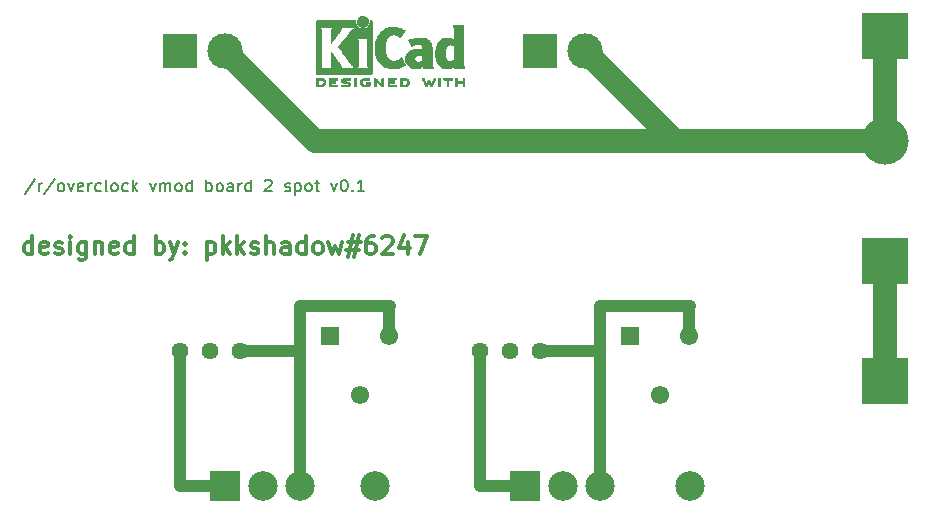
<source format=gbr>
G04 #@! TF.GenerationSoftware,KiCad,Pcbnew,(5.1.2)-1*
G04 #@! TF.CreationDate,2019-06-07T11:57:05-04:00*
G04 #@! TF.ProjectId,2spot,3273706f-742e-46b6-9963-61645f706362,rev?*
G04 #@! TF.SameCoordinates,Original*
G04 #@! TF.FileFunction,Copper,L1,Top*
G04 #@! TF.FilePolarity,Positive*
%FSLAX46Y46*%
G04 Gerber Fmt 4.6, Leading zero omitted, Abs format (unit mm)*
G04 Created by KiCad (PCBNEW (5.1.2)-1) date 2019-06-07 11:57:05*
%MOMM*%
%LPD*%
G04 APERTURE LIST*
%ADD10C,0.300000*%
%ADD11C,0.150000*%
%ADD12C,0.010000*%
%ADD13C,2.499360*%
%ADD14R,4.000000X4.000000*%
%ADD15C,4.000000*%
%ADD16C,2.999740*%
%ADD17R,2.999740X2.999740*%
%ADD18R,2.499360X2.499360*%
%ADD19C,1.440000*%
%ADD20C,1.550000*%
%ADD21R,1.550000X1.550000*%
%ADD22C,2.000000*%
%ADD23C,1.000000*%
G04 APERTURE END LIST*
D10*
X39558571Y-121328571D02*
X39558571Y-119828571D01*
X39558571Y-121257142D02*
X39415714Y-121328571D01*
X39130000Y-121328571D01*
X38987142Y-121257142D01*
X38915714Y-121185714D01*
X38844285Y-121042857D01*
X38844285Y-120614285D01*
X38915714Y-120471428D01*
X38987142Y-120400000D01*
X39130000Y-120328571D01*
X39415714Y-120328571D01*
X39558571Y-120400000D01*
X40844285Y-121257142D02*
X40701428Y-121328571D01*
X40415714Y-121328571D01*
X40272857Y-121257142D01*
X40201428Y-121114285D01*
X40201428Y-120542857D01*
X40272857Y-120400000D01*
X40415714Y-120328571D01*
X40701428Y-120328571D01*
X40844285Y-120400000D01*
X40915714Y-120542857D01*
X40915714Y-120685714D01*
X40201428Y-120828571D01*
X41487142Y-121257142D02*
X41630000Y-121328571D01*
X41915714Y-121328571D01*
X42058571Y-121257142D01*
X42130000Y-121114285D01*
X42130000Y-121042857D01*
X42058571Y-120900000D01*
X41915714Y-120828571D01*
X41701428Y-120828571D01*
X41558571Y-120757142D01*
X41487142Y-120614285D01*
X41487142Y-120542857D01*
X41558571Y-120400000D01*
X41701428Y-120328571D01*
X41915714Y-120328571D01*
X42058571Y-120400000D01*
X42772857Y-121328571D02*
X42772857Y-120328571D01*
X42772857Y-119828571D02*
X42701428Y-119900000D01*
X42772857Y-119971428D01*
X42844285Y-119900000D01*
X42772857Y-119828571D01*
X42772857Y-119971428D01*
X44130000Y-120328571D02*
X44130000Y-121542857D01*
X44058571Y-121685714D01*
X43987142Y-121757142D01*
X43844285Y-121828571D01*
X43630000Y-121828571D01*
X43487142Y-121757142D01*
X44130000Y-121257142D02*
X43987142Y-121328571D01*
X43701428Y-121328571D01*
X43558571Y-121257142D01*
X43487142Y-121185714D01*
X43415714Y-121042857D01*
X43415714Y-120614285D01*
X43487142Y-120471428D01*
X43558571Y-120400000D01*
X43701428Y-120328571D01*
X43987142Y-120328571D01*
X44130000Y-120400000D01*
X44844285Y-120328571D02*
X44844285Y-121328571D01*
X44844285Y-120471428D02*
X44915714Y-120400000D01*
X45058571Y-120328571D01*
X45272857Y-120328571D01*
X45415714Y-120400000D01*
X45487142Y-120542857D01*
X45487142Y-121328571D01*
X46772857Y-121257142D02*
X46630000Y-121328571D01*
X46344285Y-121328571D01*
X46201428Y-121257142D01*
X46130000Y-121114285D01*
X46130000Y-120542857D01*
X46201428Y-120400000D01*
X46344285Y-120328571D01*
X46630000Y-120328571D01*
X46772857Y-120400000D01*
X46844285Y-120542857D01*
X46844285Y-120685714D01*
X46130000Y-120828571D01*
X48130000Y-121328571D02*
X48130000Y-119828571D01*
X48130000Y-121257142D02*
X47987142Y-121328571D01*
X47701428Y-121328571D01*
X47558571Y-121257142D01*
X47487142Y-121185714D01*
X47415714Y-121042857D01*
X47415714Y-120614285D01*
X47487142Y-120471428D01*
X47558571Y-120400000D01*
X47701428Y-120328571D01*
X47987142Y-120328571D01*
X48130000Y-120400000D01*
X49987142Y-121328571D02*
X49987142Y-119828571D01*
X49987142Y-120400000D02*
X50130000Y-120328571D01*
X50415714Y-120328571D01*
X50558571Y-120400000D01*
X50630000Y-120471428D01*
X50701428Y-120614285D01*
X50701428Y-121042857D01*
X50630000Y-121185714D01*
X50558571Y-121257142D01*
X50415714Y-121328571D01*
X50130000Y-121328571D01*
X49987142Y-121257142D01*
X51201428Y-120328571D02*
X51558571Y-121328571D01*
X51915714Y-120328571D02*
X51558571Y-121328571D01*
X51415714Y-121685714D01*
X51344285Y-121757142D01*
X51201428Y-121828571D01*
X52487142Y-121185714D02*
X52558571Y-121257142D01*
X52487142Y-121328571D01*
X52415714Y-121257142D01*
X52487142Y-121185714D01*
X52487142Y-121328571D01*
X52487142Y-120400000D02*
X52558571Y-120471428D01*
X52487142Y-120542857D01*
X52415714Y-120471428D01*
X52487142Y-120400000D01*
X52487142Y-120542857D01*
X54344285Y-120328571D02*
X54344285Y-121828571D01*
X54344285Y-120400000D02*
X54487142Y-120328571D01*
X54772857Y-120328571D01*
X54915714Y-120400000D01*
X54987142Y-120471428D01*
X55058571Y-120614285D01*
X55058571Y-121042857D01*
X54987142Y-121185714D01*
X54915714Y-121257142D01*
X54772857Y-121328571D01*
X54487142Y-121328571D01*
X54344285Y-121257142D01*
X55701428Y-121328571D02*
X55701428Y-119828571D01*
X55844285Y-120757142D02*
X56272857Y-121328571D01*
X56272857Y-120328571D02*
X55701428Y-120900000D01*
X56915714Y-121328571D02*
X56915714Y-119828571D01*
X57058571Y-120757142D02*
X57487142Y-121328571D01*
X57487142Y-120328571D02*
X56915714Y-120900000D01*
X58058571Y-121257142D02*
X58201428Y-121328571D01*
X58487142Y-121328571D01*
X58630000Y-121257142D01*
X58701428Y-121114285D01*
X58701428Y-121042857D01*
X58630000Y-120900000D01*
X58487142Y-120828571D01*
X58272857Y-120828571D01*
X58130000Y-120757142D01*
X58058571Y-120614285D01*
X58058571Y-120542857D01*
X58130000Y-120400000D01*
X58272857Y-120328571D01*
X58487142Y-120328571D01*
X58630000Y-120400000D01*
X59344285Y-121328571D02*
X59344285Y-119828571D01*
X59987142Y-121328571D02*
X59987142Y-120542857D01*
X59915714Y-120400000D01*
X59772857Y-120328571D01*
X59558571Y-120328571D01*
X59415714Y-120400000D01*
X59344285Y-120471428D01*
X61344285Y-121328571D02*
X61344285Y-120542857D01*
X61272857Y-120400000D01*
X61130000Y-120328571D01*
X60844285Y-120328571D01*
X60701428Y-120400000D01*
X61344285Y-121257142D02*
X61201428Y-121328571D01*
X60844285Y-121328571D01*
X60701428Y-121257142D01*
X60630000Y-121114285D01*
X60630000Y-120971428D01*
X60701428Y-120828571D01*
X60844285Y-120757142D01*
X61201428Y-120757142D01*
X61344285Y-120685714D01*
X62701428Y-121328571D02*
X62701428Y-119828571D01*
X62701428Y-121257142D02*
X62558571Y-121328571D01*
X62272857Y-121328571D01*
X62130000Y-121257142D01*
X62058571Y-121185714D01*
X61987142Y-121042857D01*
X61987142Y-120614285D01*
X62058571Y-120471428D01*
X62130000Y-120400000D01*
X62272857Y-120328571D01*
X62558571Y-120328571D01*
X62701428Y-120400000D01*
X63630000Y-121328571D02*
X63487142Y-121257142D01*
X63415714Y-121185714D01*
X63344285Y-121042857D01*
X63344285Y-120614285D01*
X63415714Y-120471428D01*
X63487142Y-120400000D01*
X63630000Y-120328571D01*
X63844285Y-120328571D01*
X63987142Y-120400000D01*
X64058571Y-120471428D01*
X64130000Y-120614285D01*
X64130000Y-121042857D01*
X64058571Y-121185714D01*
X63987142Y-121257142D01*
X63844285Y-121328571D01*
X63630000Y-121328571D01*
X64630000Y-120328571D02*
X64915714Y-121328571D01*
X65201428Y-120614285D01*
X65487142Y-121328571D01*
X65772857Y-120328571D01*
X66272857Y-120328571D02*
X67344285Y-120328571D01*
X66701428Y-119685714D02*
X66272857Y-121614285D01*
X67201428Y-120971428D02*
X66130000Y-120971428D01*
X66772857Y-121614285D02*
X67201428Y-119685714D01*
X68487142Y-119828571D02*
X68201428Y-119828571D01*
X68058571Y-119900000D01*
X67987142Y-119971428D01*
X67844285Y-120185714D01*
X67772857Y-120471428D01*
X67772857Y-121042857D01*
X67844285Y-121185714D01*
X67915714Y-121257142D01*
X68058571Y-121328571D01*
X68344285Y-121328571D01*
X68487142Y-121257142D01*
X68558571Y-121185714D01*
X68630000Y-121042857D01*
X68630000Y-120685714D01*
X68558571Y-120542857D01*
X68487142Y-120471428D01*
X68344285Y-120400000D01*
X68058571Y-120400000D01*
X67915714Y-120471428D01*
X67844285Y-120542857D01*
X67772857Y-120685714D01*
X69201428Y-119971428D02*
X69272857Y-119900000D01*
X69415714Y-119828571D01*
X69772857Y-119828571D01*
X69915714Y-119900000D01*
X69987142Y-119971428D01*
X70058571Y-120114285D01*
X70058571Y-120257142D01*
X69987142Y-120471428D01*
X69130000Y-121328571D01*
X70058571Y-121328571D01*
X71344285Y-120328571D02*
X71344285Y-121328571D01*
X70987142Y-119757142D02*
X70630000Y-120828571D01*
X71558571Y-120828571D01*
X71987142Y-119828571D02*
X72987142Y-119828571D01*
X72344285Y-121328571D01*
D11*
X39768571Y-114974761D02*
X38911428Y-116260476D01*
X40101904Y-116022380D02*
X40101904Y-115355714D01*
X40101904Y-115546190D02*
X40149523Y-115450952D01*
X40197142Y-115403333D01*
X40292380Y-115355714D01*
X40387619Y-115355714D01*
X41435238Y-114974761D02*
X40578095Y-116260476D01*
X41911428Y-116022380D02*
X41816190Y-115974761D01*
X41768571Y-115927142D01*
X41720952Y-115831904D01*
X41720952Y-115546190D01*
X41768571Y-115450952D01*
X41816190Y-115403333D01*
X41911428Y-115355714D01*
X42054285Y-115355714D01*
X42149523Y-115403333D01*
X42197142Y-115450952D01*
X42244761Y-115546190D01*
X42244761Y-115831904D01*
X42197142Y-115927142D01*
X42149523Y-115974761D01*
X42054285Y-116022380D01*
X41911428Y-116022380D01*
X42578095Y-115355714D02*
X42816190Y-116022380D01*
X43054285Y-115355714D01*
X43816190Y-115974761D02*
X43720952Y-116022380D01*
X43530476Y-116022380D01*
X43435238Y-115974761D01*
X43387619Y-115879523D01*
X43387619Y-115498571D01*
X43435238Y-115403333D01*
X43530476Y-115355714D01*
X43720952Y-115355714D01*
X43816190Y-115403333D01*
X43863809Y-115498571D01*
X43863809Y-115593809D01*
X43387619Y-115689047D01*
X44292380Y-116022380D02*
X44292380Y-115355714D01*
X44292380Y-115546190D02*
X44339999Y-115450952D01*
X44387619Y-115403333D01*
X44482857Y-115355714D01*
X44578095Y-115355714D01*
X45339999Y-115974761D02*
X45244761Y-116022380D01*
X45054285Y-116022380D01*
X44959047Y-115974761D01*
X44911428Y-115927142D01*
X44863809Y-115831904D01*
X44863809Y-115546190D01*
X44911428Y-115450952D01*
X44959047Y-115403333D01*
X45054285Y-115355714D01*
X45244761Y-115355714D01*
X45339999Y-115403333D01*
X45911428Y-116022380D02*
X45816190Y-115974761D01*
X45768571Y-115879523D01*
X45768571Y-115022380D01*
X46435238Y-116022380D02*
X46339999Y-115974761D01*
X46292380Y-115927142D01*
X46244761Y-115831904D01*
X46244761Y-115546190D01*
X46292380Y-115450952D01*
X46339999Y-115403333D01*
X46435238Y-115355714D01*
X46578095Y-115355714D01*
X46673333Y-115403333D01*
X46720952Y-115450952D01*
X46768571Y-115546190D01*
X46768571Y-115831904D01*
X46720952Y-115927142D01*
X46673333Y-115974761D01*
X46578095Y-116022380D01*
X46435238Y-116022380D01*
X47625714Y-115974761D02*
X47530476Y-116022380D01*
X47339999Y-116022380D01*
X47244761Y-115974761D01*
X47197142Y-115927142D01*
X47149523Y-115831904D01*
X47149523Y-115546190D01*
X47197142Y-115450952D01*
X47244761Y-115403333D01*
X47339999Y-115355714D01*
X47530476Y-115355714D01*
X47625714Y-115403333D01*
X48054285Y-116022380D02*
X48054285Y-115022380D01*
X48149523Y-115641428D02*
X48435238Y-116022380D01*
X48435238Y-115355714D02*
X48054285Y-115736666D01*
X49530476Y-115355714D02*
X49768571Y-116022380D01*
X50006666Y-115355714D01*
X50387619Y-116022380D02*
X50387619Y-115355714D01*
X50387619Y-115450952D02*
X50435238Y-115403333D01*
X50530476Y-115355714D01*
X50673333Y-115355714D01*
X50768571Y-115403333D01*
X50816190Y-115498571D01*
X50816190Y-116022380D01*
X50816190Y-115498571D02*
X50863809Y-115403333D01*
X50959047Y-115355714D01*
X51101904Y-115355714D01*
X51197142Y-115403333D01*
X51244761Y-115498571D01*
X51244761Y-116022380D01*
X51863809Y-116022380D02*
X51768571Y-115974761D01*
X51720952Y-115927142D01*
X51673333Y-115831904D01*
X51673333Y-115546190D01*
X51720952Y-115450952D01*
X51768571Y-115403333D01*
X51863809Y-115355714D01*
X52006666Y-115355714D01*
X52101904Y-115403333D01*
X52149523Y-115450952D01*
X52197142Y-115546190D01*
X52197142Y-115831904D01*
X52149523Y-115927142D01*
X52101904Y-115974761D01*
X52006666Y-116022380D01*
X51863809Y-116022380D01*
X53054285Y-116022380D02*
X53054285Y-115022380D01*
X53054285Y-115974761D02*
X52959047Y-116022380D01*
X52768571Y-116022380D01*
X52673333Y-115974761D01*
X52625714Y-115927142D01*
X52578095Y-115831904D01*
X52578095Y-115546190D01*
X52625714Y-115450952D01*
X52673333Y-115403333D01*
X52768571Y-115355714D01*
X52959047Y-115355714D01*
X53054285Y-115403333D01*
X54292380Y-116022380D02*
X54292380Y-115022380D01*
X54292380Y-115403333D02*
X54387619Y-115355714D01*
X54578095Y-115355714D01*
X54673333Y-115403333D01*
X54720952Y-115450952D01*
X54768571Y-115546190D01*
X54768571Y-115831904D01*
X54720952Y-115927142D01*
X54673333Y-115974761D01*
X54578095Y-116022380D01*
X54387619Y-116022380D01*
X54292380Y-115974761D01*
X55339999Y-116022380D02*
X55244761Y-115974761D01*
X55197142Y-115927142D01*
X55149523Y-115831904D01*
X55149523Y-115546190D01*
X55197142Y-115450952D01*
X55244761Y-115403333D01*
X55339999Y-115355714D01*
X55482857Y-115355714D01*
X55578095Y-115403333D01*
X55625714Y-115450952D01*
X55673333Y-115546190D01*
X55673333Y-115831904D01*
X55625714Y-115927142D01*
X55578095Y-115974761D01*
X55482857Y-116022380D01*
X55339999Y-116022380D01*
X56530476Y-116022380D02*
X56530476Y-115498571D01*
X56482857Y-115403333D01*
X56387619Y-115355714D01*
X56197142Y-115355714D01*
X56101904Y-115403333D01*
X56530476Y-115974761D02*
X56435238Y-116022380D01*
X56197142Y-116022380D01*
X56101904Y-115974761D01*
X56054285Y-115879523D01*
X56054285Y-115784285D01*
X56101904Y-115689047D01*
X56197142Y-115641428D01*
X56435238Y-115641428D01*
X56530476Y-115593809D01*
X57006666Y-116022380D02*
X57006666Y-115355714D01*
X57006666Y-115546190D02*
X57054285Y-115450952D01*
X57101904Y-115403333D01*
X57197142Y-115355714D01*
X57292380Y-115355714D01*
X58054285Y-116022380D02*
X58054285Y-115022380D01*
X58054285Y-115974761D02*
X57959047Y-116022380D01*
X57768571Y-116022380D01*
X57673333Y-115974761D01*
X57625714Y-115927142D01*
X57578095Y-115831904D01*
X57578095Y-115546190D01*
X57625714Y-115450952D01*
X57673333Y-115403333D01*
X57768571Y-115355714D01*
X57959047Y-115355714D01*
X58054285Y-115403333D01*
X59244761Y-115117619D02*
X59292380Y-115070000D01*
X59387619Y-115022380D01*
X59625714Y-115022380D01*
X59720952Y-115070000D01*
X59768571Y-115117619D01*
X59816190Y-115212857D01*
X59816190Y-115308095D01*
X59768571Y-115450952D01*
X59197142Y-116022380D01*
X59816190Y-116022380D01*
X60959047Y-115974761D02*
X61054285Y-116022380D01*
X61244761Y-116022380D01*
X61339999Y-115974761D01*
X61387619Y-115879523D01*
X61387619Y-115831904D01*
X61339999Y-115736666D01*
X61244761Y-115689047D01*
X61101904Y-115689047D01*
X61006666Y-115641428D01*
X60959047Y-115546190D01*
X60959047Y-115498571D01*
X61006666Y-115403333D01*
X61101904Y-115355714D01*
X61244761Y-115355714D01*
X61339999Y-115403333D01*
X61816190Y-115355714D02*
X61816190Y-116355714D01*
X61816190Y-115403333D02*
X61911428Y-115355714D01*
X62101904Y-115355714D01*
X62197142Y-115403333D01*
X62244761Y-115450952D01*
X62292380Y-115546190D01*
X62292380Y-115831904D01*
X62244761Y-115927142D01*
X62197142Y-115974761D01*
X62101904Y-116022380D01*
X61911428Y-116022380D01*
X61816190Y-115974761D01*
X62863809Y-116022380D02*
X62768571Y-115974761D01*
X62720952Y-115927142D01*
X62673333Y-115831904D01*
X62673333Y-115546190D01*
X62720952Y-115450952D01*
X62768571Y-115403333D01*
X62863809Y-115355714D01*
X63006666Y-115355714D01*
X63101904Y-115403333D01*
X63149523Y-115450952D01*
X63197142Y-115546190D01*
X63197142Y-115831904D01*
X63149523Y-115927142D01*
X63101904Y-115974761D01*
X63006666Y-116022380D01*
X62863809Y-116022380D01*
X63482857Y-115355714D02*
X63863809Y-115355714D01*
X63625714Y-115022380D02*
X63625714Y-115879523D01*
X63673333Y-115974761D01*
X63768571Y-116022380D01*
X63863809Y-116022380D01*
X64863809Y-115355714D02*
X65101904Y-116022380D01*
X65339999Y-115355714D01*
X65911428Y-115022380D02*
X66006666Y-115022380D01*
X66101904Y-115070000D01*
X66149523Y-115117619D01*
X66197142Y-115212857D01*
X66244761Y-115403333D01*
X66244761Y-115641428D01*
X66197142Y-115831904D01*
X66149523Y-115927142D01*
X66101904Y-115974761D01*
X66006666Y-116022380D01*
X65911428Y-116022380D01*
X65816190Y-115974761D01*
X65768571Y-115927142D01*
X65720952Y-115831904D01*
X65673333Y-115641428D01*
X65673333Y-115403333D01*
X65720952Y-115212857D01*
X65768571Y-115117619D01*
X65816190Y-115070000D01*
X65911428Y-115022380D01*
X66673333Y-115927142D02*
X66720952Y-115974761D01*
X66673333Y-116022380D01*
X66625714Y-115974761D01*
X66673333Y-115927142D01*
X66673333Y-116022380D01*
X67673333Y-116022380D02*
X67101904Y-116022380D01*
X67387619Y-116022380D02*
X67387619Y-115022380D01*
X67292380Y-115165238D01*
X67197142Y-115260476D01*
X67101904Y-115308095D01*
D12*
G36*
X76078823Y-106414533D02*
G01*
X76110202Y-106436776D01*
X76137911Y-106464485D01*
X76137911Y-106773920D01*
X76137838Y-106865799D01*
X76137495Y-106937840D01*
X76136692Y-106992780D01*
X76135241Y-107033360D01*
X76132952Y-107062317D01*
X76129636Y-107082391D01*
X76125105Y-107096321D01*
X76119169Y-107106845D01*
X76114514Y-107113100D01*
X76083783Y-107137673D01*
X76048496Y-107140341D01*
X76016245Y-107125271D01*
X76005588Y-107116374D01*
X75998464Y-107104557D01*
X75994167Y-107085526D01*
X75991991Y-107054992D01*
X75991228Y-107008662D01*
X75991155Y-106972871D01*
X75991155Y-106838045D01*
X75494444Y-106838045D01*
X75494444Y-106960700D01*
X75493931Y-107016787D01*
X75491876Y-107055333D01*
X75487508Y-107081361D01*
X75480056Y-107099897D01*
X75471047Y-107113100D01*
X75440144Y-107137604D01*
X75405196Y-107140506D01*
X75371738Y-107123089D01*
X75362604Y-107113959D01*
X75356152Y-107101855D01*
X75351897Y-107083001D01*
X75349352Y-107053620D01*
X75348029Y-107009937D01*
X75347443Y-106948175D01*
X75347375Y-106934000D01*
X75346891Y-106817631D01*
X75346641Y-106721727D01*
X75346723Y-106644177D01*
X75347231Y-106582869D01*
X75348262Y-106535690D01*
X75349913Y-106500530D01*
X75352279Y-106475276D01*
X75355457Y-106457817D01*
X75359544Y-106446041D01*
X75364634Y-106437835D01*
X75370266Y-106431645D01*
X75402128Y-106411844D01*
X75435357Y-106414533D01*
X75466735Y-106436776D01*
X75479433Y-106451126D01*
X75487526Y-106466978D01*
X75492042Y-106489554D01*
X75494006Y-106524078D01*
X75494444Y-106575776D01*
X75494444Y-106691289D01*
X75991155Y-106691289D01*
X75991155Y-106572756D01*
X75991662Y-106518148D01*
X75993698Y-106481275D01*
X75998035Y-106457307D01*
X76005447Y-106441415D01*
X76013733Y-106431645D01*
X76045594Y-106411844D01*
X76078823Y-106414533D01*
X76078823Y-106414533D01*
G37*
X76078823Y-106414533D02*
X76110202Y-106436776D01*
X76137911Y-106464485D01*
X76137911Y-106773920D01*
X76137838Y-106865799D01*
X76137495Y-106937840D01*
X76136692Y-106992780D01*
X76135241Y-107033360D01*
X76132952Y-107062317D01*
X76129636Y-107082391D01*
X76125105Y-107096321D01*
X76119169Y-107106845D01*
X76114514Y-107113100D01*
X76083783Y-107137673D01*
X76048496Y-107140341D01*
X76016245Y-107125271D01*
X76005588Y-107116374D01*
X75998464Y-107104557D01*
X75994167Y-107085526D01*
X75991991Y-107054992D01*
X75991228Y-107008662D01*
X75991155Y-106972871D01*
X75991155Y-106838045D01*
X75494444Y-106838045D01*
X75494444Y-106960700D01*
X75493931Y-107016787D01*
X75491876Y-107055333D01*
X75487508Y-107081361D01*
X75480056Y-107099897D01*
X75471047Y-107113100D01*
X75440144Y-107137604D01*
X75405196Y-107140506D01*
X75371738Y-107123089D01*
X75362604Y-107113959D01*
X75356152Y-107101855D01*
X75351897Y-107083001D01*
X75349352Y-107053620D01*
X75348029Y-107009937D01*
X75347443Y-106948175D01*
X75347375Y-106934000D01*
X75346891Y-106817631D01*
X75346641Y-106721727D01*
X75346723Y-106644177D01*
X75347231Y-106582869D01*
X75348262Y-106535690D01*
X75349913Y-106500530D01*
X75352279Y-106475276D01*
X75355457Y-106457817D01*
X75359544Y-106446041D01*
X75364634Y-106437835D01*
X75370266Y-106431645D01*
X75402128Y-106411844D01*
X75435357Y-106414533D01*
X75466735Y-106436776D01*
X75479433Y-106451126D01*
X75487526Y-106466978D01*
X75492042Y-106489554D01*
X75494006Y-106524078D01*
X75494444Y-106575776D01*
X75494444Y-106691289D01*
X75991155Y-106691289D01*
X75991155Y-106572756D01*
X75991662Y-106518148D01*
X75993698Y-106481275D01*
X75998035Y-106457307D01*
X76005447Y-106441415D01*
X76013733Y-106431645D01*
X76045594Y-106411844D01*
X76078823Y-106414533D01*
G36*
X74813065Y-106409163D02*
G01*
X74891772Y-106409542D01*
X74952863Y-106410333D01*
X74998817Y-106411670D01*
X75032114Y-106413683D01*
X75055236Y-106416506D01*
X75070662Y-106420269D01*
X75080871Y-106425105D01*
X75085813Y-106428822D01*
X75111457Y-106461358D01*
X75114559Y-106495138D01*
X75098711Y-106525826D01*
X75088348Y-106538089D01*
X75077196Y-106546450D01*
X75061035Y-106551657D01*
X75035642Y-106554457D01*
X74996798Y-106555596D01*
X74940280Y-106555821D01*
X74929180Y-106555822D01*
X74783244Y-106555822D01*
X74783244Y-106826756D01*
X74783148Y-106912154D01*
X74782711Y-106977864D01*
X74781712Y-107026774D01*
X74779928Y-107061773D01*
X74777137Y-107085749D01*
X74773117Y-107101593D01*
X74767645Y-107112191D01*
X74760666Y-107120267D01*
X74727734Y-107140112D01*
X74693354Y-107138548D01*
X74662176Y-107115906D01*
X74659886Y-107113100D01*
X74652429Y-107102492D01*
X74646747Y-107090081D01*
X74642601Y-107072850D01*
X74639750Y-107047784D01*
X74637954Y-107011867D01*
X74636972Y-106962083D01*
X74636564Y-106895417D01*
X74636489Y-106819589D01*
X74636489Y-106555822D01*
X74497127Y-106555822D01*
X74437322Y-106555418D01*
X74395918Y-106553840D01*
X74368748Y-106550547D01*
X74351646Y-106544992D01*
X74340443Y-106536631D01*
X74339083Y-106535178D01*
X74322725Y-106501939D01*
X74324172Y-106464362D01*
X74342978Y-106431645D01*
X74350250Y-106425298D01*
X74359627Y-106420266D01*
X74373609Y-106416396D01*
X74394696Y-106413537D01*
X74425389Y-106411535D01*
X74468189Y-106410239D01*
X74525595Y-106409498D01*
X74600110Y-106409158D01*
X74694233Y-106409068D01*
X74714260Y-106409067D01*
X74813065Y-106409163D01*
X74813065Y-106409163D01*
G37*
X74813065Y-106409163D02*
X74891772Y-106409542D01*
X74952863Y-106410333D01*
X74998817Y-106411670D01*
X75032114Y-106413683D01*
X75055236Y-106416506D01*
X75070662Y-106420269D01*
X75080871Y-106425105D01*
X75085813Y-106428822D01*
X75111457Y-106461358D01*
X75114559Y-106495138D01*
X75098711Y-106525826D01*
X75088348Y-106538089D01*
X75077196Y-106546450D01*
X75061035Y-106551657D01*
X75035642Y-106554457D01*
X74996798Y-106555596D01*
X74940280Y-106555821D01*
X74929180Y-106555822D01*
X74783244Y-106555822D01*
X74783244Y-106826756D01*
X74783148Y-106912154D01*
X74782711Y-106977864D01*
X74781712Y-107026774D01*
X74779928Y-107061773D01*
X74777137Y-107085749D01*
X74773117Y-107101593D01*
X74767645Y-107112191D01*
X74760666Y-107120267D01*
X74727734Y-107140112D01*
X74693354Y-107138548D01*
X74662176Y-107115906D01*
X74659886Y-107113100D01*
X74652429Y-107102492D01*
X74646747Y-107090081D01*
X74642601Y-107072850D01*
X74639750Y-107047784D01*
X74637954Y-107011867D01*
X74636972Y-106962083D01*
X74636564Y-106895417D01*
X74636489Y-106819589D01*
X74636489Y-106555822D01*
X74497127Y-106555822D01*
X74437322Y-106555418D01*
X74395918Y-106553840D01*
X74368748Y-106550547D01*
X74351646Y-106544992D01*
X74340443Y-106536631D01*
X74339083Y-106535178D01*
X74322725Y-106501939D01*
X74324172Y-106464362D01*
X74342978Y-106431645D01*
X74350250Y-106425298D01*
X74359627Y-106420266D01*
X74373609Y-106416396D01*
X74394696Y-106413537D01*
X74425389Y-106411535D01*
X74468189Y-106410239D01*
X74525595Y-106409498D01*
X74600110Y-106409158D01*
X74694233Y-106409068D01*
X74714260Y-106409067D01*
X74813065Y-106409163D01*
G36*
X74038614Y-106415877D02*
G01*
X74062327Y-106430647D01*
X74088978Y-106452227D01*
X74088978Y-106773773D01*
X74088893Y-106867830D01*
X74088529Y-106941932D01*
X74087724Y-106998704D01*
X74086313Y-107040768D01*
X74084133Y-107070748D01*
X74081021Y-107091267D01*
X74076814Y-107104949D01*
X74071348Y-107114416D01*
X74067472Y-107119082D01*
X74036034Y-107139575D01*
X74000233Y-107138739D01*
X73968873Y-107121264D01*
X73942222Y-107099684D01*
X73942222Y-106452227D01*
X73968873Y-106430647D01*
X73994594Y-106414949D01*
X74015600Y-106409067D01*
X74038614Y-106415877D01*
X74038614Y-106415877D01*
G37*
X74038614Y-106415877D02*
X74062327Y-106430647D01*
X74088978Y-106452227D01*
X74088978Y-106773773D01*
X74088893Y-106867830D01*
X74088529Y-106941932D01*
X74087724Y-106998704D01*
X74086313Y-107040768D01*
X74084133Y-107070748D01*
X74081021Y-107091267D01*
X74076814Y-107104949D01*
X74071348Y-107114416D01*
X74067472Y-107119082D01*
X74036034Y-107139575D01*
X74000233Y-107138739D01*
X73968873Y-107121264D01*
X73942222Y-107099684D01*
X73942222Y-106452227D01*
X73968873Y-106430647D01*
X73994594Y-106414949D01*
X74015600Y-106409067D01*
X74038614Y-106415877D01*
G36*
X73594665Y-106411034D02*
G01*
X73614255Y-106418035D01*
X73615010Y-106418377D01*
X73641613Y-106438678D01*
X73656270Y-106459561D01*
X73659138Y-106469352D01*
X73658996Y-106482361D01*
X73654961Y-106500895D01*
X73646146Y-106527257D01*
X73631669Y-106563752D01*
X73610645Y-106612687D01*
X73582188Y-106676365D01*
X73545415Y-106757093D01*
X73525175Y-106801216D01*
X73488625Y-106879985D01*
X73454315Y-106952423D01*
X73423552Y-107015880D01*
X73397648Y-107067708D01*
X73377910Y-107105259D01*
X73365650Y-107125884D01*
X73363224Y-107128733D01*
X73332183Y-107141302D01*
X73297121Y-107139619D01*
X73269000Y-107124332D01*
X73267854Y-107123089D01*
X73256668Y-107106154D01*
X73237904Y-107073170D01*
X73213875Y-107028380D01*
X73186897Y-106976032D01*
X73177201Y-106956742D01*
X73104014Y-106810150D01*
X73024240Y-106969393D01*
X72995767Y-107024415D01*
X72969350Y-107072132D01*
X72947148Y-107108893D01*
X72931319Y-107131044D01*
X72925954Y-107135741D01*
X72884257Y-107142102D01*
X72849849Y-107128733D01*
X72839728Y-107114446D01*
X72822214Y-107082692D01*
X72798735Y-107036597D01*
X72770720Y-106979285D01*
X72739599Y-106913880D01*
X72706799Y-106843507D01*
X72673750Y-106771291D01*
X72641881Y-106700355D01*
X72612619Y-106633825D01*
X72587395Y-106574826D01*
X72567636Y-106526481D01*
X72554772Y-106491915D01*
X72550231Y-106474253D01*
X72550277Y-106473613D01*
X72561326Y-106451388D01*
X72583410Y-106428753D01*
X72584710Y-106427768D01*
X72611853Y-106412425D01*
X72636958Y-106412574D01*
X72646368Y-106415466D01*
X72657834Y-106421718D01*
X72670010Y-106434014D01*
X72684357Y-106454908D01*
X72702336Y-106486949D01*
X72725407Y-106532688D01*
X72755030Y-106594677D01*
X72781745Y-106651898D01*
X72812480Y-106718226D01*
X72840021Y-106777874D01*
X72862938Y-106827725D01*
X72879798Y-106864664D01*
X72889173Y-106885573D01*
X72890540Y-106888845D01*
X72896689Y-106883497D01*
X72910822Y-106861109D01*
X72931057Y-106824946D01*
X72955515Y-106778277D01*
X72965248Y-106759022D01*
X72998217Y-106694004D01*
X73023643Y-106646654D01*
X73043612Y-106614219D01*
X73060210Y-106593946D01*
X73075524Y-106583082D01*
X73091640Y-106578875D01*
X73102143Y-106578400D01*
X73120670Y-106580042D01*
X73136904Y-106586831D01*
X73153035Y-106601566D01*
X73171251Y-106627044D01*
X73193739Y-106666061D01*
X73222689Y-106721414D01*
X73238662Y-106752903D01*
X73264570Y-106803087D01*
X73287167Y-106844704D01*
X73304458Y-106874242D01*
X73314450Y-106888189D01*
X73315809Y-106888770D01*
X73322261Y-106877793D01*
X73336708Y-106849290D01*
X73357703Y-106806244D01*
X73383797Y-106751638D01*
X73413546Y-106688454D01*
X73428180Y-106657071D01*
X73466250Y-106576078D01*
X73496905Y-106513756D01*
X73521737Y-106468071D01*
X73542337Y-106436989D01*
X73560298Y-106418478D01*
X73577210Y-106410504D01*
X73594665Y-106411034D01*
X73594665Y-106411034D01*
G37*
X73594665Y-106411034D02*
X73614255Y-106418035D01*
X73615010Y-106418377D01*
X73641613Y-106438678D01*
X73656270Y-106459561D01*
X73659138Y-106469352D01*
X73658996Y-106482361D01*
X73654961Y-106500895D01*
X73646146Y-106527257D01*
X73631669Y-106563752D01*
X73610645Y-106612687D01*
X73582188Y-106676365D01*
X73545415Y-106757093D01*
X73525175Y-106801216D01*
X73488625Y-106879985D01*
X73454315Y-106952423D01*
X73423552Y-107015880D01*
X73397648Y-107067708D01*
X73377910Y-107105259D01*
X73365650Y-107125884D01*
X73363224Y-107128733D01*
X73332183Y-107141302D01*
X73297121Y-107139619D01*
X73269000Y-107124332D01*
X73267854Y-107123089D01*
X73256668Y-107106154D01*
X73237904Y-107073170D01*
X73213875Y-107028380D01*
X73186897Y-106976032D01*
X73177201Y-106956742D01*
X73104014Y-106810150D01*
X73024240Y-106969393D01*
X72995767Y-107024415D01*
X72969350Y-107072132D01*
X72947148Y-107108893D01*
X72931319Y-107131044D01*
X72925954Y-107135741D01*
X72884257Y-107142102D01*
X72849849Y-107128733D01*
X72839728Y-107114446D01*
X72822214Y-107082692D01*
X72798735Y-107036597D01*
X72770720Y-106979285D01*
X72739599Y-106913880D01*
X72706799Y-106843507D01*
X72673750Y-106771291D01*
X72641881Y-106700355D01*
X72612619Y-106633825D01*
X72587395Y-106574826D01*
X72567636Y-106526481D01*
X72554772Y-106491915D01*
X72550231Y-106474253D01*
X72550277Y-106473613D01*
X72561326Y-106451388D01*
X72583410Y-106428753D01*
X72584710Y-106427768D01*
X72611853Y-106412425D01*
X72636958Y-106412574D01*
X72646368Y-106415466D01*
X72657834Y-106421718D01*
X72670010Y-106434014D01*
X72684357Y-106454908D01*
X72702336Y-106486949D01*
X72725407Y-106532688D01*
X72755030Y-106594677D01*
X72781745Y-106651898D01*
X72812480Y-106718226D01*
X72840021Y-106777874D01*
X72862938Y-106827725D01*
X72879798Y-106864664D01*
X72889173Y-106885573D01*
X72890540Y-106888845D01*
X72896689Y-106883497D01*
X72910822Y-106861109D01*
X72931057Y-106824946D01*
X72955515Y-106778277D01*
X72965248Y-106759022D01*
X72998217Y-106694004D01*
X73023643Y-106646654D01*
X73043612Y-106614219D01*
X73060210Y-106593946D01*
X73075524Y-106583082D01*
X73091640Y-106578875D01*
X73102143Y-106578400D01*
X73120670Y-106580042D01*
X73136904Y-106586831D01*
X73153035Y-106601566D01*
X73171251Y-106627044D01*
X73193739Y-106666061D01*
X73222689Y-106721414D01*
X73238662Y-106752903D01*
X73264570Y-106803087D01*
X73287167Y-106844704D01*
X73304458Y-106874242D01*
X73314450Y-106888189D01*
X73315809Y-106888770D01*
X73322261Y-106877793D01*
X73336708Y-106849290D01*
X73357703Y-106806244D01*
X73383797Y-106751638D01*
X73413546Y-106688454D01*
X73428180Y-106657071D01*
X73466250Y-106576078D01*
X73496905Y-106513756D01*
X73521737Y-106468071D01*
X73542337Y-106436989D01*
X73560298Y-106418478D01*
X73577210Y-106410504D01*
X73594665Y-106411034D01*
G36*
X70868309Y-106409275D02*
G01*
X70997288Y-106413636D01*
X71106991Y-106426861D01*
X71199226Y-106449741D01*
X71275802Y-106483070D01*
X71338527Y-106527638D01*
X71389212Y-106584236D01*
X71429663Y-106653658D01*
X71430459Y-106655351D01*
X71454601Y-106717483D01*
X71463203Y-106772509D01*
X71456231Y-106827887D01*
X71433654Y-106891073D01*
X71429372Y-106900689D01*
X71400172Y-106956966D01*
X71367356Y-107000451D01*
X71325002Y-107037417D01*
X71267190Y-107074135D01*
X71263831Y-107076052D01*
X71213504Y-107100227D01*
X71156621Y-107118282D01*
X71089527Y-107130839D01*
X71008565Y-107138522D01*
X70910082Y-107141953D01*
X70875286Y-107142251D01*
X70709594Y-107142845D01*
X70686197Y-107113100D01*
X70679257Y-107103319D01*
X70673842Y-107091897D01*
X70669765Y-107076095D01*
X70666837Y-107053175D01*
X70664867Y-107020396D01*
X70664225Y-106996089D01*
X70820844Y-106996089D01*
X70914726Y-106996089D01*
X70969664Y-106994483D01*
X71026060Y-106990255D01*
X71072345Y-106984292D01*
X71075139Y-106983790D01*
X71157348Y-106961736D01*
X71221114Y-106928600D01*
X71268452Y-106882847D01*
X71301382Y-106822939D01*
X71307108Y-106807061D01*
X71312721Y-106782333D01*
X71310291Y-106757902D01*
X71298467Y-106725400D01*
X71291340Y-106709434D01*
X71268000Y-106667006D01*
X71239880Y-106637240D01*
X71208940Y-106616511D01*
X71146966Y-106589537D01*
X71067651Y-106569998D01*
X70975253Y-106558746D01*
X70908333Y-106556270D01*
X70820844Y-106555822D01*
X70820844Y-106996089D01*
X70664225Y-106996089D01*
X70663668Y-106975021D01*
X70663050Y-106914311D01*
X70662825Y-106835526D01*
X70662800Y-106773920D01*
X70662800Y-106464485D01*
X70690509Y-106436776D01*
X70702806Y-106425544D01*
X70716103Y-106417853D01*
X70734672Y-106413040D01*
X70762786Y-106410446D01*
X70804717Y-106409410D01*
X70864737Y-106409270D01*
X70868309Y-106409275D01*
X70868309Y-106409275D01*
G37*
X70868309Y-106409275D02*
X70997288Y-106413636D01*
X71106991Y-106426861D01*
X71199226Y-106449741D01*
X71275802Y-106483070D01*
X71338527Y-106527638D01*
X71389212Y-106584236D01*
X71429663Y-106653658D01*
X71430459Y-106655351D01*
X71454601Y-106717483D01*
X71463203Y-106772509D01*
X71456231Y-106827887D01*
X71433654Y-106891073D01*
X71429372Y-106900689D01*
X71400172Y-106956966D01*
X71367356Y-107000451D01*
X71325002Y-107037417D01*
X71267190Y-107074135D01*
X71263831Y-107076052D01*
X71213504Y-107100227D01*
X71156621Y-107118282D01*
X71089527Y-107130839D01*
X71008565Y-107138522D01*
X70910082Y-107141953D01*
X70875286Y-107142251D01*
X70709594Y-107142845D01*
X70686197Y-107113100D01*
X70679257Y-107103319D01*
X70673842Y-107091897D01*
X70669765Y-107076095D01*
X70666837Y-107053175D01*
X70664867Y-107020396D01*
X70664225Y-106996089D01*
X70820844Y-106996089D01*
X70914726Y-106996089D01*
X70969664Y-106994483D01*
X71026060Y-106990255D01*
X71072345Y-106984292D01*
X71075139Y-106983790D01*
X71157348Y-106961736D01*
X71221114Y-106928600D01*
X71268452Y-106882847D01*
X71301382Y-106822939D01*
X71307108Y-106807061D01*
X71312721Y-106782333D01*
X71310291Y-106757902D01*
X71298467Y-106725400D01*
X71291340Y-106709434D01*
X71268000Y-106667006D01*
X71239880Y-106637240D01*
X71208940Y-106616511D01*
X71146966Y-106589537D01*
X71067651Y-106569998D01*
X70975253Y-106558746D01*
X70908333Y-106556270D01*
X70820844Y-106555822D01*
X70820844Y-106996089D01*
X70664225Y-106996089D01*
X70663668Y-106975021D01*
X70663050Y-106914311D01*
X70662825Y-106835526D01*
X70662800Y-106773920D01*
X70662800Y-106464485D01*
X70690509Y-106436776D01*
X70702806Y-106425544D01*
X70716103Y-106417853D01*
X70734672Y-106413040D01*
X70762786Y-106410446D01*
X70804717Y-106409410D01*
X70864737Y-106409270D01*
X70868309Y-106409275D01*
G36*
X70080343Y-106409260D02*
G01*
X70156701Y-106410174D01*
X70215217Y-106412311D01*
X70258255Y-106416175D01*
X70288183Y-106422267D01*
X70307368Y-106431090D01*
X70318176Y-106443146D01*
X70322973Y-106458939D01*
X70324127Y-106478970D01*
X70324133Y-106481335D01*
X70323131Y-106503992D01*
X70318396Y-106521503D01*
X70307333Y-106534574D01*
X70287348Y-106543913D01*
X70255846Y-106550227D01*
X70210232Y-106554222D01*
X70147913Y-106556606D01*
X70066293Y-106558086D01*
X70041277Y-106558414D01*
X69799200Y-106561467D01*
X69795814Y-106626378D01*
X69792429Y-106691289D01*
X69960576Y-106691289D01*
X70026266Y-106691531D01*
X70073172Y-106692556D01*
X70105083Y-106694811D01*
X70125791Y-106698742D01*
X70139084Y-106704798D01*
X70148755Y-106713424D01*
X70148817Y-106713493D01*
X70166356Y-106747112D01*
X70165722Y-106783448D01*
X70147314Y-106814423D01*
X70143671Y-106817607D01*
X70130741Y-106825812D01*
X70113024Y-106831521D01*
X70086570Y-106835162D01*
X70047432Y-106837167D01*
X69991662Y-106837964D01*
X69955994Y-106838045D01*
X69793555Y-106838045D01*
X69793555Y-106996089D01*
X70040161Y-106996089D01*
X70121580Y-106996231D01*
X70183410Y-106996814D01*
X70228637Y-106998068D01*
X70260248Y-107000227D01*
X70281231Y-107003523D01*
X70294573Y-107008189D01*
X70303261Y-107014457D01*
X70305450Y-107016733D01*
X70321614Y-107048280D01*
X70322797Y-107084168D01*
X70309536Y-107115285D01*
X70299043Y-107125271D01*
X70288129Y-107130769D01*
X70271217Y-107135022D01*
X70245633Y-107138180D01*
X70208701Y-107140392D01*
X70157746Y-107141806D01*
X70090094Y-107142572D01*
X70003069Y-107142838D01*
X69983394Y-107142845D01*
X69894911Y-107142787D01*
X69826227Y-107142467D01*
X69774564Y-107141667D01*
X69737145Y-107140167D01*
X69711190Y-107137749D01*
X69693922Y-107134194D01*
X69682562Y-107129282D01*
X69674332Y-107122795D01*
X69669817Y-107118138D01*
X69663021Y-107109889D01*
X69657712Y-107099669D01*
X69653706Y-107084800D01*
X69650821Y-107062602D01*
X69648874Y-107030393D01*
X69647681Y-106985496D01*
X69647061Y-106925228D01*
X69646829Y-106846911D01*
X69646800Y-106780994D01*
X69646871Y-106688628D01*
X69647208Y-106616117D01*
X69647998Y-106560737D01*
X69649426Y-106519765D01*
X69651679Y-106490478D01*
X69654943Y-106470153D01*
X69659404Y-106456066D01*
X69665248Y-106445495D01*
X69670197Y-106438811D01*
X69693594Y-106409067D01*
X69983774Y-106409067D01*
X70080343Y-106409260D01*
X70080343Y-106409260D01*
G37*
X70080343Y-106409260D02*
X70156701Y-106410174D01*
X70215217Y-106412311D01*
X70258255Y-106416175D01*
X70288183Y-106422267D01*
X70307368Y-106431090D01*
X70318176Y-106443146D01*
X70322973Y-106458939D01*
X70324127Y-106478970D01*
X70324133Y-106481335D01*
X70323131Y-106503992D01*
X70318396Y-106521503D01*
X70307333Y-106534574D01*
X70287348Y-106543913D01*
X70255846Y-106550227D01*
X70210232Y-106554222D01*
X70147913Y-106556606D01*
X70066293Y-106558086D01*
X70041277Y-106558414D01*
X69799200Y-106561467D01*
X69795814Y-106626378D01*
X69792429Y-106691289D01*
X69960576Y-106691289D01*
X70026266Y-106691531D01*
X70073172Y-106692556D01*
X70105083Y-106694811D01*
X70125791Y-106698742D01*
X70139084Y-106704798D01*
X70148755Y-106713424D01*
X70148817Y-106713493D01*
X70166356Y-106747112D01*
X70165722Y-106783448D01*
X70147314Y-106814423D01*
X70143671Y-106817607D01*
X70130741Y-106825812D01*
X70113024Y-106831521D01*
X70086570Y-106835162D01*
X70047432Y-106837167D01*
X69991662Y-106837964D01*
X69955994Y-106838045D01*
X69793555Y-106838045D01*
X69793555Y-106996089D01*
X70040161Y-106996089D01*
X70121580Y-106996231D01*
X70183410Y-106996814D01*
X70228637Y-106998068D01*
X70260248Y-107000227D01*
X70281231Y-107003523D01*
X70294573Y-107008189D01*
X70303261Y-107014457D01*
X70305450Y-107016733D01*
X70321614Y-107048280D01*
X70322797Y-107084168D01*
X70309536Y-107115285D01*
X70299043Y-107125271D01*
X70288129Y-107130769D01*
X70271217Y-107135022D01*
X70245633Y-107138180D01*
X70208701Y-107140392D01*
X70157746Y-107141806D01*
X70090094Y-107142572D01*
X70003069Y-107142838D01*
X69983394Y-107142845D01*
X69894911Y-107142787D01*
X69826227Y-107142467D01*
X69774564Y-107141667D01*
X69737145Y-107140167D01*
X69711190Y-107137749D01*
X69693922Y-107134194D01*
X69682562Y-107129282D01*
X69674332Y-107122795D01*
X69669817Y-107118138D01*
X69663021Y-107109889D01*
X69657712Y-107099669D01*
X69653706Y-107084800D01*
X69650821Y-107062602D01*
X69648874Y-107030393D01*
X69647681Y-106985496D01*
X69647061Y-106925228D01*
X69646829Y-106846911D01*
X69646800Y-106780994D01*
X69646871Y-106688628D01*
X69647208Y-106616117D01*
X69647998Y-106560737D01*
X69649426Y-106519765D01*
X69651679Y-106490478D01*
X69654943Y-106470153D01*
X69659404Y-106456066D01*
X69665248Y-106445495D01*
X69670197Y-106438811D01*
X69693594Y-106409067D01*
X69983774Y-106409067D01*
X70080343Y-106409260D01*
G36*
X68549886Y-106413448D02*
G01*
X68573452Y-106427273D01*
X68604265Y-106449881D01*
X68643922Y-106482338D01*
X68694020Y-106525708D01*
X68756157Y-106581058D01*
X68831928Y-106649451D01*
X68918666Y-106728084D01*
X69099289Y-106891878D01*
X69104933Y-106672029D01*
X69106971Y-106596351D01*
X69108937Y-106539994D01*
X69111266Y-106499706D01*
X69114394Y-106472235D01*
X69118755Y-106454329D01*
X69124784Y-106442737D01*
X69132916Y-106434208D01*
X69137228Y-106430623D01*
X69171759Y-106411670D01*
X69204617Y-106414441D01*
X69230682Y-106430633D01*
X69257333Y-106452199D01*
X69260648Y-106767151D01*
X69261565Y-106859779D01*
X69262032Y-106932544D01*
X69261887Y-106988161D01*
X69260968Y-107029342D01*
X69259113Y-107058803D01*
X69256161Y-107079255D01*
X69251950Y-107093413D01*
X69246318Y-107103991D01*
X69240073Y-107112474D01*
X69226561Y-107128207D01*
X69213117Y-107138636D01*
X69197876Y-107142639D01*
X69178974Y-107139094D01*
X69154545Y-107126879D01*
X69122727Y-107104871D01*
X69081652Y-107071949D01*
X69029458Y-107026991D01*
X68964278Y-106968875D01*
X68890444Y-106902099D01*
X68625155Y-106661458D01*
X68619511Y-106880589D01*
X68617469Y-106956128D01*
X68615498Y-107012354D01*
X68613161Y-107052524D01*
X68610019Y-107079896D01*
X68605636Y-107097728D01*
X68599576Y-107109279D01*
X68591400Y-107117807D01*
X68587216Y-107121282D01*
X68550235Y-107140372D01*
X68515292Y-107137493D01*
X68484864Y-107113100D01*
X68477903Y-107103286D01*
X68472477Y-107091826D01*
X68468397Y-107075968D01*
X68465471Y-107052963D01*
X68463508Y-107020062D01*
X68462317Y-106974516D01*
X68461708Y-106913573D01*
X68461489Y-106834486D01*
X68461466Y-106775956D01*
X68461540Y-106684407D01*
X68461887Y-106612687D01*
X68462699Y-106558045D01*
X68464167Y-106517732D01*
X68466481Y-106488998D01*
X68469833Y-106469093D01*
X68474412Y-106455268D01*
X68480411Y-106444772D01*
X68484864Y-106438811D01*
X68496150Y-106424691D01*
X68506699Y-106414029D01*
X68518107Y-106407892D01*
X68531970Y-106407343D01*
X68549886Y-106413448D01*
X68549886Y-106413448D01*
G37*
X68549886Y-106413448D02*
X68573452Y-106427273D01*
X68604265Y-106449881D01*
X68643922Y-106482338D01*
X68694020Y-106525708D01*
X68756157Y-106581058D01*
X68831928Y-106649451D01*
X68918666Y-106728084D01*
X69099289Y-106891878D01*
X69104933Y-106672029D01*
X69106971Y-106596351D01*
X69108937Y-106539994D01*
X69111266Y-106499706D01*
X69114394Y-106472235D01*
X69118755Y-106454329D01*
X69124784Y-106442737D01*
X69132916Y-106434208D01*
X69137228Y-106430623D01*
X69171759Y-106411670D01*
X69204617Y-106414441D01*
X69230682Y-106430633D01*
X69257333Y-106452199D01*
X69260648Y-106767151D01*
X69261565Y-106859779D01*
X69262032Y-106932544D01*
X69261887Y-106988161D01*
X69260968Y-107029342D01*
X69259113Y-107058803D01*
X69256161Y-107079255D01*
X69251950Y-107093413D01*
X69246318Y-107103991D01*
X69240073Y-107112474D01*
X69226561Y-107128207D01*
X69213117Y-107138636D01*
X69197876Y-107142639D01*
X69178974Y-107139094D01*
X69154545Y-107126879D01*
X69122727Y-107104871D01*
X69081652Y-107071949D01*
X69029458Y-107026991D01*
X68964278Y-106968875D01*
X68890444Y-106902099D01*
X68625155Y-106661458D01*
X68619511Y-106880589D01*
X68617469Y-106956128D01*
X68615498Y-107012354D01*
X68613161Y-107052524D01*
X68610019Y-107079896D01*
X68605636Y-107097728D01*
X68599576Y-107109279D01*
X68591400Y-107117807D01*
X68587216Y-107121282D01*
X68550235Y-107140372D01*
X68515292Y-107137493D01*
X68484864Y-107113100D01*
X68477903Y-107103286D01*
X68472477Y-107091826D01*
X68468397Y-107075968D01*
X68465471Y-107052963D01*
X68463508Y-107020062D01*
X68462317Y-106974516D01*
X68461708Y-106913573D01*
X68461489Y-106834486D01*
X68461466Y-106775956D01*
X68461540Y-106684407D01*
X68461887Y-106612687D01*
X68462699Y-106558045D01*
X68464167Y-106517732D01*
X68466481Y-106488998D01*
X68469833Y-106469093D01*
X68474412Y-106455268D01*
X68480411Y-106444772D01*
X68484864Y-106438811D01*
X68496150Y-106424691D01*
X68506699Y-106414029D01*
X68518107Y-106407892D01*
X68531970Y-106407343D01*
X68549886Y-106413448D01*
G36*
X67899919Y-106414599D02*
G01*
X67968435Y-106426095D01*
X68021057Y-106443967D01*
X68055292Y-106467499D01*
X68064621Y-106480924D01*
X68074107Y-106512148D01*
X68067723Y-106540395D01*
X68047570Y-106567182D01*
X68016255Y-106579713D01*
X67970817Y-106578696D01*
X67935674Y-106571906D01*
X67857581Y-106558971D01*
X67777774Y-106557742D01*
X67688445Y-106568241D01*
X67663771Y-106572690D01*
X67580709Y-106596108D01*
X67515727Y-106630945D01*
X67469539Y-106676604D01*
X67442855Y-106732494D01*
X67437337Y-106761388D01*
X67440949Y-106820012D01*
X67464271Y-106871879D01*
X67505176Y-106915978D01*
X67561541Y-106951299D01*
X67631240Y-106976829D01*
X67712148Y-106991559D01*
X67802140Y-106994478D01*
X67899090Y-106984575D01*
X67904564Y-106983641D01*
X67943125Y-106976459D01*
X67964506Y-106969521D01*
X67973773Y-106959227D01*
X67975994Y-106941976D01*
X67976044Y-106932841D01*
X67976044Y-106894489D01*
X67907569Y-106894489D01*
X67847100Y-106890347D01*
X67805835Y-106877147D01*
X67781825Y-106853730D01*
X67773123Y-106818936D01*
X67773017Y-106814394D01*
X67778108Y-106784654D01*
X67795567Y-106763419D01*
X67828061Y-106749366D01*
X67878257Y-106741173D01*
X67926877Y-106738161D01*
X67997544Y-106736433D01*
X68048802Y-106739070D01*
X68083761Y-106748800D01*
X68105530Y-106768353D01*
X68117220Y-106800456D01*
X68121940Y-106847838D01*
X68122800Y-106910071D01*
X68121391Y-106979535D01*
X68117152Y-107026786D01*
X68110064Y-107052012D01*
X68108689Y-107053988D01*
X68069772Y-107085508D01*
X68012714Y-107110470D01*
X67941131Y-107128340D01*
X67858642Y-107138586D01*
X67768861Y-107140673D01*
X67675408Y-107134068D01*
X67620444Y-107125956D01*
X67534234Y-107101554D01*
X67454108Y-107061662D01*
X67387023Y-107009887D01*
X67376827Y-106999539D01*
X67343698Y-106956035D01*
X67313806Y-106902118D01*
X67290643Y-106845592D01*
X67277702Y-106794259D01*
X67276142Y-106774544D01*
X67282782Y-106733419D01*
X67300432Y-106682252D01*
X67325703Y-106628394D01*
X67355211Y-106579195D01*
X67381281Y-106546334D01*
X67442235Y-106497452D01*
X67521031Y-106458545D01*
X67614843Y-106430494D01*
X67720850Y-106414179D01*
X67818000Y-106410192D01*
X67899919Y-106414599D01*
X67899919Y-106414599D01*
G37*
X67899919Y-106414599D02*
X67968435Y-106426095D01*
X68021057Y-106443967D01*
X68055292Y-106467499D01*
X68064621Y-106480924D01*
X68074107Y-106512148D01*
X68067723Y-106540395D01*
X68047570Y-106567182D01*
X68016255Y-106579713D01*
X67970817Y-106578696D01*
X67935674Y-106571906D01*
X67857581Y-106558971D01*
X67777774Y-106557742D01*
X67688445Y-106568241D01*
X67663771Y-106572690D01*
X67580709Y-106596108D01*
X67515727Y-106630945D01*
X67469539Y-106676604D01*
X67442855Y-106732494D01*
X67437337Y-106761388D01*
X67440949Y-106820012D01*
X67464271Y-106871879D01*
X67505176Y-106915978D01*
X67561541Y-106951299D01*
X67631240Y-106976829D01*
X67712148Y-106991559D01*
X67802140Y-106994478D01*
X67899090Y-106984575D01*
X67904564Y-106983641D01*
X67943125Y-106976459D01*
X67964506Y-106969521D01*
X67973773Y-106959227D01*
X67975994Y-106941976D01*
X67976044Y-106932841D01*
X67976044Y-106894489D01*
X67907569Y-106894489D01*
X67847100Y-106890347D01*
X67805835Y-106877147D01*
X67781825Y-106853730D01*
X67773123Y-106818936D01*
X67773017Y-106814394D01*
X67778108Y-106784654D01*
X67795567Y-106763419D01*
X67828061Y-106749366D01*
X67878257Y-106741173D01*
X67926877Y-106738161D01*
X67997544Y-106736433D01*
X68048802Y-106739070D01*
X68083761Y-106748800D01*
X68105530Y-106768353D01*
X68117220Y-106800456D01*
X68121940Y-106847838D01*
X68122800Y-106910071D01*
X68121391Y-106979535D01*
X68117152Y-107026786D01*
X68110064Y-107052012D01*
X68108689Y-107053988D01*
X68069772Y-107085508D01*
X68012714Y-107110470D01*
X67941131Y-107128340D01*
X67858642Y-107138586D01*
X67768861Y-107140673D01*
X67675408Y-107134068D01*
X67620444Y-107125956D01*
X67534234Y-107101554D01*
X67454108Y-107061662D01*
X67387023Y-107009887D01*
X67376827Y-106999539D01*
X67343698Y-106956035D01*
X67313806Y-106902118D01*
X67290643Y-106845592D01*
X67277702Y-106794259D01*
X67276142Y-106774544D01*
X67282782Y-106733419D01*
X67300432Y-106682252D01*
X67325703Y-106628394D01*
X67355211Y-106579195D01*
X67381281Y-106546334D01*
X67442235Y-106497452D01*
X67521031Y-106458545D01*
X67614843Y-106430494D01*
X67720850Y-106414179D01*
X67818000Y-106410192D01*
X67899919Y-106414599D01*
G36*
X66926178Y-106431645D02*
G01*
X66932758Y-106439218D01*
X66937921Y-106448987D01*
X66941836Y-106463571D01*
X66944676Y-106485585D01*
X66946613Y-106517648D01*
X66947817Y-106562375D01*
X66948461Y-106622385D01*
X66948716Y-106700294D01*
X66948755Y-106775956D01*
X66948686Y-106869802D01*
X66948362Y-106943689D01*
X66947614Y-107000232D01*
X66946268Y-107042049D01*
X66944154Y-107071757D01*
X66941100Y-107091973D01*
X66936934Y-107105314D01*
X66931484Y-107114398D01*
X66926178Y-107120267D01*
X66893174Y-107139947D01*
X66858009Y-107138181D01*
X66826545Y-107116717D01*
X66819316Y-107108337D01*
X66813666Y-107098614D01*
X66809401Y-107084861D01*
X66806327Y-107064389D01*
X66804248Y-107034512D01*
X66802970Y-106992541D01*
X66802299Y-106935789D01*
X66802041Y-106861567D01*
X66802000Y-106777537D01*
X66802000Y-106464485D01*
X66829709Y-106436776D01*
X66863863Y-106413463D01*
X66896994Y-106412623D01*
X66926178Y-106431645D01*
X66926178Y-106431645D01*
G37*
X66926178Y-106431645D02*
X66932758Y-106439218D01*
X66937921Y-106448987D01*
X66941836Y-106463571D01*
X66944676Y-106485585D01*
X66946613Y-106517648D01*
X66947817Y-106562375D01*
X66948461Y-106622385D01*
X66948716Y-106700294D01*
X66948755Y-106775956D01*
X66948686Y-106869802D01*
X66948362Y-106943689D01*
X66947614Y-107000232D01*
X66946268Y-107042049D01*
X66944154Y-107071757D01*
X66941100Y-107091973D01*
X66936934Y-107105314D01*
X66931484Y-107114398D01*
X66926178Y-107120267D01*
X66893174Y-107139947D01*
X66858009Y-107138181D01*
X66826545Y-107116717D01*
X66819316Y-107108337D01*
X66813666Y-107098614D01*
X66809401Y-107084861D01*
X66806327Y-107064389D01*
X66804248Y-107034512D01*
X66802970Y-106992541D01*
X66802299Y-106935789D01*
X66802041Y-106861567D01*
X66802000Y-106777537D01*
X66802000Y-106464485D01*
X66829709Y-106436776D01*
X66863863Y-106413463D01*
X66896994Y-106412623D01*
X66926178Y-106431645D01*
G36*
X66158297Y-106410351D02*
G01*
X66233112Y-106415581D01*
X66302694Y-106423750D01*
X66362998Y-106434550D01*
X66409980Y-106447673D01*
X66439594Y-106462813D01*
X66444140Y-106467269D01*
X66459946Y-106501850D01*
X66455153Y-106537351D01*
X66430636Y-106567725D01*
X66429466Y-106568596D01*
X66415046Y-106577954D01*
X66399992Y-106582876D01*
X66378995Y-106583473D01*
X66346743Y-106579861D01*
X66297927Y-106572154D01*
X66294000Y-106571505D01*
X66221261Y-106562569D01*
X66142783Y-106558161D01*
X66064073Y-106558119D01*
X65990639Y-106562279D01*
X65927989Y-106570479D01*
X65881630Y-106582557D01*
X65878584Y-106583771D01*
X65844952Y-106602615D01*
X65833136Y-106621685D01*
X65842386Y-106640439D01*
X65871953Y-106658337D01*
X65921089Y-106674837D01*
X65989043Y-106689396D01*
X66034355Y-106696406D01*
X66128544Y-106709889D01*
X66203456Y-106722214D01*
X66262283Y-106734449D01*
X66308215Y-106747661D01*
X66344445Y-106762917D01*
X66374162Y-106781285D01*
X66400558Y-106803831D01*
X66421770Y-106825971D01*
X66446935Y-106856819D01*
X66459319Y-106883345D01*
X66463192Y-106916026D01*
X66463333Y-106927995D01*
X66460424Y-106967712D01*
X66448798Y-106997259D01*
X66428677Y-107023486D01*
X66387784Y-107063576D01*
X66342183Y-107094149D01*
X66288487Y-107116203D01*
X66223308Y-107130735D01*
X66143256Y-107138741D01*
X66044943Y-107141218D01*
X66028711Y-107141177D01*
X65963151Y-107139818D01*
X65898134Y-107136730D01*
X65840748Y-107132356D01*
X65798078Y-107127140D01*
X65794628Y-107126541D01*
X65752204Y-107116491D01*
X65716220Y-107103796D01*
X65695850Y-107092190D01*
X65676893Y-107061572D01*
X65675573Y-107025918D01*
X65691915Y-106994144D01*
X65695571Y-106990551D01*
X65710685Y-106979876D01*
X65729585Y-106975276D01*
X65758838Y-106976059D01*
X65794349Y-106980127D01*
X65834030Y-106983762D01*
X65889655Y-106986828D01*
X65954594Y-106989053D01*
X66022215Y-106990164D01*
X66040000Y-106990237D01*
X66107872Y-106989964D01*
X66157546Y-106988646D01*
X66193390Y-106985827D01*
X66219776Y-106981050D01*
X66241074Y-106973857D01*
X66253874Y-106967867D01*
X66282000Y-106951233D01*
X66299932Y-106936168D01*
X66302553Y-106931897D01*
X66297024Y-106914263D01*
X66270740Y-106897192D01*
X66225522Y-106881458D01*
X66163192Y-106867838D01*
X66144829Y-106864804D01*
X66048910Y-106849738D01*
X65972359Y-106837146D01*
X65912220Y-106826111D01*
X65865540Y-106815720D01*
X65829363Y-106805056D01*
X65800735Y-106793205D01*
X65776702Y-106779251D01*
X65754308Y-106762281D01*
X65730598Y-106741378D01*
X65722620Y-106734049D01*
X65694647Y-106706699D01*
X65679840Y-106685029D01*
X65674048Y-106660232D01*
X65673111Y-106628983D01*
X65683425Y-106567705D01*
X65714248Y-106515640D01*
X65765405Y-106472958D01*
X65836717Y-106439825D01*
X65887600Y-106424964D01*
X65942900Y-106415366D01*
X66009147Y-106409936D01*
X66082294Y-106408367D01*
X66158297Y-106410351D01*
X66158297Y-106410351D01*
G37*
X66158297Y-106410351D02*
X66233112Y-106415581D01*
X66302694Y-106423750D01*
X66362998Y-106434550D01*
X66409980Y-106447673D01*
X66439594Y-106462813D01*
X66444140Y-106467269D01*
X66459946Y-106501850D01*
X66455153Y-106537351D01*
X66430636Y-106567725D01*
X66429466Y-106568596D01*
X66415046Y-106577954D01*
X66399992Y-106582876D01*
X66378995Y-106583473D01*
X66346743Y-106579861D01*
X66297927Y-106572154D01*
X66294000Y-106571505D01*
X66221261Y-106562569D01*
X66142783Y-106558161D01*
X66064073Y-106558119D01*
X65990639Y-106562279D01*
X65927989Y-106570479D01*
X65881630Y-106582557D01*
X65878584Y-106583771D01*
X65844952Y-106602615D01*
X65833136Y-106621685D01*
X65842386Y-106640439D01*
X65871953Y-106658337D01*
X65921089Y-106674837D01*
X65989043Y-106689396D01*
X66034355Y-106696406D01*
X66128544Y-106709889D01*
X66203456Y-106722214D01*
X66262283Y-106734449D01*
X66308215Y-106747661D01*
X66344445Y-106762917D01*
X66374162Y-106781285D01*
X66400558Y-106803831D01*
X66421770Y-106825971D01*
X66446935Y-106856819D01*
X66459319Y-106883345D01*
X66463192Y-106916026D01*
X66463333Y-106927995D01*
X66460424Y-106967712D01*
X66448798Y-106997259D01*
X66428677Y-107023486D01*
X66387784Y-107063576D01*
X66342183Y-107094149D01*
X66288487Y-107116203D01*
X66223308Y-107130735D01*
X66143256Y-107138741D01*
X66044943Y-107141218D01*
X66028711Y-107141177D01*
X65963151Y-107139818D01*
X65898134Y-107136730D01*
X65840748Y-107132356D01*
X65798078Y-107127140D01*
X65794628Y-107126541D01*
X65752204Y-107116491D01*
X65716220Y-107103796D01*
X65695850Y-107092190D01*
X65676893Y-107061572D01*
X65675573Y-107025918D01*
X65691915Y-106994144D01*
X65695571Y-106990551D01*
X65710685Y-106979876D01*
X65729585Y-106975276D01*
X65758838Y-106976059D01*
X65794349Y-106980127D01*
X65834030Y-106983762D01*
X65889655Y-106986828D01*
X65954594Y-106989053D01*
X66022215Y-106990164D01*
X66040000Y-106990237D01*
X66107872Y-106989964D01*
X66157546Y-106988646D01*
X66193390Y-106985827D01*
X66219776Y-106981050D01*
X66241074Y-106973857D01*
X66253874Y-106967867D01*
X66282000Y-106951233D01*
X66299932Y-106936168D01*
X66302553Y-106931897D01*
X66297024Y-106914263D01*
X66270740Y-106897192D01*
X66225522Y-106881458D01*
X66163192Y-106867838D01*
X66144829Y-106864804D01*
X66048910Y-106849738D01*
X65972359Y-106837146D01*
X65912220Y-106826111D01*
X65865540Y-106815720D01*
X65829363Y-106805056D01*
X65800735Y-106793205D01*
X65776702Y-106779251D01*
X65754308Y-106762281D01*
X65730598Y-106741378D01*
X65722620Y-106734049D01*
X65694647Y-106706699D01*
X65679840Y-106685029D01*
X65674048Y-106660232D01*
X65673111Y-106628983D01*
X65683425Y-106567705D01*
X65714248Y-106515640D01*
X65765405Y-106472958D01*
X65836717Y-106439825D01*
X65887600Y-106424964D01*
X65942900Y-106415366D01*
X66009147Y-106409936D01*
X66082294Y-106408367D01*
X66158297Y-106410351D01*
G36*
X65137206Y-106409146D02*
G01*
X65206614Y-106409518D01*
X65259003Y-106410385D01*
X65297153Y-106411946D01*
X65323841Y-106414403D01*
X65341847Y-106417957D01*
X65353951Y-106422810D01*
X65362931Y-106429161D01*
X65366182Y-106432084D01*
X65385957Y-106463142D01*
X65389518Y-106498828D01*
X65376509Y-106530510D01*
X65370494Y-106536913D01*
X65360765Y-106543121D01*
X65345099Y-106547910D01*
X65320592Y-106551514D01*
X65284339Y-106554164D01*
X65233435Y-106556095D01*
X65164974Y-106557539D01*
X65102383Y-106558418D01*
X64854666Y-106561467D01*
X64851281Y-106626378D01*
X64847895Y-106691289D01*
X65016042Y-106691289D01*
X65089041Y-106691919D01*
X65142483Y-106694553D01*
X65179372Y-106700309D01*
X65202712Y-106710304D01*
X65215506Y-106725656D01*
X65220758Y-106747482D01*
X65221555Y-106767738D01*
X65219077Y-106792592D01*
X65209723Y-106810906D01*
X65190617Y-106823637D01*
X65158882Y-106831741D01*
X65111641Y-106836176D01*
X65046017Y-106837899D01*
X65010199Y-106838045D01*
X64849022Y-106838045D01*
X64849022Y-106996089D01*
X65097378Y-106996089D01*
X65178787Y-106996202D01*
X65240658Y-106996712D01*
X65286032Y-106997870D01*
X65317946Y-106999930D01*
X65339441Y-107003146D01*
X65353557Y-107007772D01*
X65363332Y-107014059D01*
X65368311Y-107018667D01*
X65385390Y-107045560D01*
X65390889Y-107069467D01*
X65383037Y-107098667D01*
X65368311Y-107120267D01*
X65360454Y-107127066D01*
X65350312Y-107132346D01*
X65335156Y-107136298D01*
X65312259Y-107139113D01*
X65278891Y-107140982D01*
X65232325Y-107142098D01*
X65169833Y-107142651D01*
X65088686Y-107142833D01*
X65046578Y-107142845D01*
X64956402Y-107142765D01*
X64886076Y-107142398D01*
X64832871Y-107141552D01*
X64794060Y-107140036D01*
X64766913Y-107137659D01*
X64748702Y-107134229D01*
X64736700Y-107129554D01*
X64728178Y-107123444D01*
X64724844Y-107120267D01*
X64718245Y-107112670D01*
X64713073Y-107102870D01*
X64709154Y-107088239D01*
X64706316Y-107066152D01*
X64704385Y-107033982D01*
X64703188Y-106989103D01*
X64702552Y-106928889D01*
X64702303Y-106850713D01*
X64702266Y-106777923D01*
X64702300Y-106684707D01*
X64702535Y-106611431D01*
X64703170Y-106555458D01*
X64704406Y-106514151D01*
X64706444Y-106484872D01*
X64709483Y-106464984D01*
X64713723Y-106451850D01*
X64719365Y-106442832D01*
X64726609Y-106435293D01*
X64728394Y-106433612D01*
X64737055Y-106426172D01*
X64747118Y-106420409D01*
X64761375Y-106416112D01*
X64782617Y-106413064D01*
X64813636Y-106411051D01*
X64857223Y-106409860D01*
X64916169Y-106409275D01*
X64993266Y-106409083D01*
X65047999Y-106409067D01*
X65137206Y-106409146D01*
X65137206Y-106409146D01*
G37*
X65137206Y-106409146D02*
X65206614Y-106409518D01*
X65259003Y-106410385D01*
X65297153Y-106411946D01*
X65323841Y-106414403D01*
X65341847Y-106417957D01*
X65353951Y-106422810D01*
X65362931Y-106429161D01*
X65366182Y-106432084D01*
X65385957Y-106463142D01*
X65389518Y-106498828D01*
X65376509Y-106530510D01*
X65370494Y-106536913D01*
X65360765Y-106543121D01*
X65345099Y-106547910D01*
X65320592Y-106551514D01*
X65284339Y-106554164D01*
X65233435Y-106556095D01*
X65164974Y-106557539D01*
X65102383Y-106558418D01*
X64854666Y-106561467D01*
X64851281Y-106626378D01*
X64847895Y-106691289D01*
X65016042Y-106691289D01*
X65089041Y-106691919D01*
X65142483Y-106694553D01*
X65179372Y-106700309D01*
X65202712Y-106710304D01*
X65215506Y-106725656D01*
X65220758Y-106747482D01*
X65221555Y-106767738D01*
X65219077Y-106792592D01*
X65209723Y-106810906D01*
X65190617Y-106823637D01*
X65158882Y-106831741D01*
X65111641Y-106836176D01*
X65046017Y-106837899D01*
X65010199Y-106838045D01*
X64849022Y-106838045D01*
X64849022Y-106996089D01*
X65097378Y-106996089D01*
X65178787Y-106996202D01*
X65240658Y-106996712D01*
X65286032Y-106997870D01*
X65317946Y-106999930D01*
X65339441Y-107003146D01*
X65353557Y-107007772D01*
X65363332Y-107014059D01*
X65368311Y-107018667D01*
X65385390Y-107045560D01*
X65390889Y-107069467D01*
X65383037Y-107098667D01*
X65368311Y-107120267D01*
X65360454Y-107127066D01*
X65350312Y-107132346D01*
X65335156Y-107136298D01*
X65312259Y-107139113D01*
X65278891Y-107140982D01*
X65232325Y-107142098D01*
X65169833Y-107142651D01*
X65088686Y-107142833D01*
X65046578Y-107142845D01*
X64956402Y-107142765D01*
X64886076Y-107142398D01*
X64832871Y-107141552D01*
X64794060Y-107140036D01*
X64766913Y-107137659D01*
X64748702Y-107134229D01*
X64736700Y-107129554D01*
X64728178Y-107123444D01*
X64724844Y-107120267D01*
X64718245Y-107112670D01*
X64713073Y-107102870D01*
X64709154Y-107088239D01*
X64706316Y-107066152D01*
X64704385Y-107033982D01*
X64703188Y-106989103D01*
X64702552Y-106928889D01*
X64702303Y-106850713D01*
X64702266Y-106777923D01*
X64702300Y-106684707D01*
X64702535Y-106611431D01*
X64703170Y-106555458D01*
X64704406Y-106514151D01*
X64706444Y-106484872D01*
X64709483Y-106464984D01*
X64713723Y-106451850D01*
X64719365Y-106442832D01*
X64726609Y-106435293D01*
X64728394Y-106433612D01*
X64737055Y-106426172D01*
X64747118Y-106420409D01*
X64761375Y-106416112D01*
X64782617Y-106413064D01*
X64813636Y-106411051D01*
X64857223Y-106409860D01*
X64916169Y-106409275D01*
X64993266Y-106409083D01*
X65047999Y-106409067D01*
X65137206Y-106409146D01*
G36*
X63728629Y-106409066D02*
G01*
X63768111Y-106409467D01*
X63883800Y-106412259D01*
X63980689Y-106420550D01*
X64062081Y-106435232D01*
X64131277Y-106457193D01*
X64191580Y-106487322D01*
X64246292Y-106526510D01*
X64265833Y-106543532D01*
X64298250Y-106583363D01*
X64327480Y-106637413D01*
X64350009Y-106697323D01*
X64362321Y-106754739D01*
X64363600Y-106775956D01*
X64355583Y-106834769D01*
X64334101Y-106899013D01*
X64303001Y-106959821D01*
X64266134Y-107008330D01*
X64260146Y-107014182D01*
X64209421Y-107055321D01*
X64153875Y-107087435D01*
X64090304Y-107111365D01*
X64015506Y-107127953D01*
X63926278Y-107138041D01*
X63819418Y-107142469D01*
X63770472Y-107142845D01*
X63708238Y-107142545D01*
X63664472Y-107141292D01*
X63635069Y-107138554D01*
X63615921Y-107133801D01*
X63602923Y-107126501D01*
X63595955Y-107120267D01*
X63589374Y-107112694D01*
X63584212Y-107102924D01*
X63580297Y-107088340D01*
X63577457Y-107066326D01*
X63575520Y-107034264D01*
X63574316Y-106989536D01*
X63573672Y-106929526D01*
X63573417Y-106851617D01*
X63573378Y-106775956D01*
X63573130Y-106675041D01*
X63573183Y-106594427D01*
X63574143Y-106555822D01*
X63720133Y-106555822D01*
X63720133Y-106996089D01*
X63813266Y-106996004D01*
X63869307Y-106994396D01*
X63928001Y-106990256D01*
X63976972Y-106984464D01*
X63978462Y-106984226D01*
X64057608Y-106965090D01*
X64118998Y-106935287D01*
X64165695Y-106892878D01*
X64195365Y-106846961D01*
X64213647Y-106796026D01*
X64212229Y-106748200D01*
X64191012Y-106696933D01*
X64149511Y-106643899D01*
X64092002Y-106604600D01*
X64017250Y-106578331D01*
X63967292Y-106569035D01*
X63910584Y-106562507D01*
X63850481Y-106557782D01*
X63799361Y-106555817D01*
X63796333Y-106555808D01*
X63720133Y-106555822D01*
X63574143Y-106555822D01*
X63574740Y-106531851D01*
X63579002Y-106485055D01*
X63587170Y-106451778D01*
X63600444Y-106429759D01*
X63620026Y-106416739D01*
X63647117Y-106410457D01*
X63682918Y-106408653D01*
X63728629Y-106409066D01*
X63728629Y-106409066D01*
G37*
X63728629Y-106409066D02*
X63768111Y-106409467D01*
X63883800Y-106412259D01*
X63980689Y-106420550D01*
X64062081Y-106435232D01*
X64131277Y-106457193D01*
X64191580Y-106487322D01*
X64246292Y-106526510D01*
X64265833Y-106543532D01*
X64298250Y-106583363D01*
X64327480Y-106637413D01*
X64350009Y-106697323D01*
X64362321Y-106754739D01*
X64363600Y-106775956D01*
X64355583Y-106834769D01*
X64334101Y-106899013D01*
X64303001Y-106959821D01*
X64266134Y-107008330D01*
X64260146Y-107014182D01*
X64209421Y-107055321D01*
X64153875Y-107087435D01*
X64090304Y-107111365D01*
X64015506Y-107127953D01*
X63926278Y-107138041D01*
X63819418Y-107142469D01*
X63770472Y-107142845D01*
X63708238Y-107142545D01*
X63664472Y-107141292D01*
X63635069Y-107138554D01*
X63615921Y-107133801D01*
X63602923Y-107126501D01*
X63595955Y-107120267D01*
X63589374Y-107112694D01*
X63584212Y-107102924D01*
X63580297Y-107088340D01*
X63577457Y-107066326D01*
X63575520Y-107034264D01*
X63574316Y-106989536D01*
X63573672Y-106929526D01*
X63573417Y-106851617D01*
X63573378Y-106775956D01*
X63573130Y-106675041D01*
X63573183Y-106594427D01*
X63574143Y-106555822D01*
X63720133Y-106555822D01*
X63720133Y-106996089D01*
X63813266Y-106996004D01*
X63869307Y-106994396D01*
X63928001Y-106990256D01*
X63976972Y-106984464D01*
X63978462Y-106984226D01*
X64057608Y-106965090D01*
X64118998Y-106935287D01*
X64165695Y-106892878D01*
X64195365Y-106846961D01*
X64213647Y-106796026D01*
X64212229Y-106748200D01*
X64191012Y-106696933D01*
X64149511Y-106643899D01*
X64092002Y-106604600D01*
X64017250Y-106578331D01*
X63967292Y-106569035D01*
X63910584Y-106562507D01*
X63850481Y-106557782D01*
X63799361Y-106555817D01*
X63796333Y-106555808D01*
X63720133Y-106555822D01*
X63574143Y-106555822D01*
X63574740Y-106531851D01*
X63579002Y-106485055D01*
X63587170Y-106451778D01*
X63600444Y-106429759D01*
X63620026Y-106416739D01*
X63647117Y-106410457D01*
X63682918Y-106408653D01*
X63728629Y-106409066D01*
G36*
X67576957Y-101166571D02*
G01*
X67673232Y-101190809D01*
X67759816Y-101233641D01*
X67834627Y-101293419D01*
X67895582Y-101368494D01*
X67940601Y-101457220D01*
X67966864Y-101553530D01*
X67972714Y-101650795D01*
X67957860Y-101744654D01*
X67924160Y-101832511D01*
X67873472Y-101911770D01*
X67807655Y-101979836D01*
X67728566Y-102034112D01*
X67638066Y-102072002D01*
X67586800Y-102084426D01*
X67542302Y-102091947D01*
X67508001Y-102094919D01*
X67475040Y-102093094D01*
X67434566Y-102086225D01*
X67401469Y-102079250D01*
X67308053Y-102047741D01*
X67224381Y-101996617D01*
X67152335Y-101927429D01*
X67093800Y-101841728D01*
X67079852Y-101814489D01*
X67063414Y-101778122D01*
X67053106Y-101747582D01*
X67047540Y-101715450D01*
X67045331Y-101674307D01*
X67045052Y-101628222D01*
X67049139Y-101543865D01*
X67062554Y-101474586D01*
X67087744Y-101413961D01*
X67127154Y-101355567D01*
X67165702Y-101311302D01*
X67237594Y-101245484D01*
X67312687Y-101200053D01*
X67395438Y-101172850D01*
X67473072Y-101162576D01*
X67576957Y-101166571D01*
X67576957Y-101166571D01*
G37*
X67576957Y-101166571D02*
X67673232Y-101190809D01*
X67759816Y-101233641D01*
X67834627Y-101293419D01*
X67895582Y-101368494D01*
X67940601Y-101457220D01*
X67966864Y-101553530D01*
X67972714Y-101650795D01*
X67957860Y-101744654D01*
X67924160Y-101832511D01*
X67873472Y-101911770D01*
X67807655Y-101979836D01*
X67728566Y-102034112D01*
X67638066Y-102072002D01*
X67586800Y-102084426D01*
X67542302Y-102091947D01*
X67508001Y-102094919D01*
X67475040Y-102093094D01*
X67434566Y-102086225D01*
X67401469Y-102079250D01*
X67308053Y-102047741D01*
X67224381Y-101996617D01*
X67152335Y-101927429D01*
X67093800Y-101841728D01*
X67079852Y-101814489D01*
X67063414Y-101778122D01*
X67053106Y-101747582D01*
X67047540Y-101715450D01*
X67045331Y-101674307D01*
X67045052Y-101628222D01*
X67049139Y-101543865D01*
X67062554Y-101474586D01*
X67087744Y-101413961D01*
X67127154Y-101355567D01*
X67165702Y-101311302D01*
X67237594Y-101245484D01*
X67312687Y-101200053D01*
X67395438Y-101172850D01*
X67473072Y-101162576D01*
X67576957Y-101166571D01*
G36*
X76036507Y-103612245D02*
G01*
X76036526Y-103846662D01*
X76036552Y-104059603D01*
X76036625Y-104252168D01*
X76036782Y-104425459D01*
X76037064Y-104580576D01*
X76037509Y-104718620D01*
X76038156Y-104840692D01*
X76039045Y-104947894D01*
X76040213Y-105041326D01*
X76041701Y-105122090D01*
X76043546Y-105191286D01*
X76045789Y-105250015D01*
X76048469Y-105299379D01*
X76051623Y-105340478D01*
X76055292Y-105374413D01*
X76059513Y-105402286D01*
X76064327Y-105425198D01*
X76069773Y-105444249D01*
X76075888Y-105460540D01*
X76082712Y-105475173D01*
X76090285Y-105489249D01*
X76098645Y-105503868D01*
X76103839Y-105512974D01*
X76138104Y-105573689D01*
X75279955Y-105573689D01*
X75279955Y-105477733D01*
X75279224Y-105434370D01*
X75277272Y-105401205D01*
X75274463Y-105383424D01*
X75273221Y-105381778D01*
X75261799Y-105388662D01*
X75239084Y-105406505D01*
X75216385Y-105425879D01*
X75161800Y-105466614D01*
X75092321Y-105507617D01*
X75015270Y-105545123D01*
X74937965Y-105575364D01*
X74907113Y-105585012D01*
X74838616Y-105599578D01*
X74755764Y-105609539D01*
X74666371Y-105614583D01*
X74578248Y-105614396D01*
X74499207Y-105608666D01*
X74461511Y-105602858D01*
X74323414Y-105564797D01*
X74196113Y-105507073D01*
X74080292Y-105430211D01*
X73976637Y-105334739D01*
X73885833Y-105221179D01*
X73819031Y-105110381D01*
X73764164Y-104993625D01*
X73722163Y-104874276D01*
X73692167Y-104748283D01*
X73673311Y-104611594D01*
X73664732Y-104460158D01*
X73664006Y-104382711D01*
X73666100Y-104325934D01*
X74495217Y-104325934D01*
X74495424Y-104419002D01*
X74498337Y-104506692D01*
X74504000Y-104583772D01*
X74512455Y-104645009D01*
X74515038Y-104657350D01*
X74546840Y-104764633D01*
X74588498Y-104851658D01*
X74640363Y-104918642D01*
X74702781Y-104965805D01*
X74776100Y-104993365D01*
X74860669Y-105001541D01*
X74956835Y-104990551D01*
X75020311Y-104974829D01*
X75069454Y-104956639D01*
X75123583Y-104930791D01*
X75164244Y-104907089D01*
X75234800Y-104860721D01*
X75234800Y-103710530D01*
X75167392Y-103666962D01*
X75088867Y-103626040D01*
X75004681Y-103599389D01*
X74919557Y-103587465D01*
X74838216Y-103590722D01*
X74765380Y-103609615D01*
X74733426Y-103625184D01*
X74675501Y-103668181D01*
X74626544Y-103724953D01*
X74585390Y-103797575D01*
X74550874Y-103888121D01*
X74521833Y-103998666D01*
X74520552Y-104004533D01*
X74510381Y-104066788D01*
X74502739Y-104144594D01*
X74497670Y-104232720D01*
X74495217Y-104325934D01*
X73666100Y-104325934D01*
X73671857Y-104169895D01*
X73693802Y-103974059D01*
X73729786Y-103795332D01*
X73779759Y-103633845D01*
X73843668Y-103489726D01*
X73921462Y-103363106D01*
X74013089Y-103254115D01*
X74118497Y-103162883D01*
X74163662Y-103131932D01*
X74264611Y-103075785D01*
X74367901Y-103036174D01*
X74477989Y-103012014D01*
X74599330Y-103002219D01*
X74691836Y-103003265D01*
X74821490Y-103014231D01*
X74934084Y-103036046D01*
X75032875Y-103069714D01*
X75121121Y-103116236D01*
X75169986Y-103150448D01*
X75199353Y-103172362D01*
X75221043Y-103187333D01*
X75229253Y-103191733D01*
X75230868Y-103180904D01*
X75232159Y-103150251D01*
X75233138Y-103102526D01*
X75233817Y-103040479D01*
X75234210Y-102966862D01*
X75234330Y-102884427D01*
X75234188Y-102795925D01*
X75233797Y-102704107D01*
X75233171Y-102611724D01*
X75232320Y-102521528D01*
X75231260Y-102436271D01*
X75230001Y-102358703D01*
X75228556Y-102291576D01*
X75226938Y-102237641D01*
X75225161Y-102199650D01*
X75224669Y-102192667D01*
X75217092Y-102122251D01*
X75205531Y-102067102D01*
X75187792Y-102019981D01*
X75161682Y-101973647D01*
X75155415Y-101964067D01*
X75130983Y-101927378D01*
X76036311Y-101927378D01*
X76036507Y-103612245D01*
X76036507Y-103612245D01*
G37*
X76036507Y-103612245D02*
X76036526Y-103846662D01*
X76036552Y-104059603D01*
X76036625Y-104252168D01*
X76036782Y-104425459D01*
X76037064Y-104580576D01*
X76037509Y-104718620D01*
X76038156Y-104840692D01*
X76039045Y-104947894D01*
X76040213Y-105041326D01*
X76041701Y-105122090D01*
X76043546Y-105191286D01*
X76045789Y-105250015D01*
X76048469Y-105299379D01*
X76051623Y-105340478D01*
X76055292Y-105374413D01*
X76059513Y-105402286D01*
X76064327Y-105425198D01*
X76069773Y-105444249D01*
X76075888Y-105460540D01*
X76082712Y-105475173D01*
X76090285Y-105489249D01*
X76098645Y-105503868D01*
X76103839Y-105512974D01*
X76138104Y-105573689D01*
X75279955Y-105573689D01*
X75279955Y-105477733D01*
X75279224Y-105434370D01*
X75277272Y-105401205D01*
X75274463Y-105383424D01*
X75273221Y-105381778D01*
X75261799Y-105388662D01*
X75239084Y-105406505D01*
X75216385Y-105425879D01*
X75161800Y-105466614D01*
X75092321Y-105507617D01*
X75015270Y-105545123D01*
X74937965Y-105575364D01*
X74907113Y-105585012D01*
X74838616Y-105599578D01*
X74755764Y-105609539D01*
X74666371Y-105614583D01*
X74578248Y-105614396D01*
X74499207Y-105608666D01*
X74461511Y-105602858D01*
X74323414Y-105564797D01*
X74196113Y-105507073D01*
X74080292Y-105430211D01*
X73976637Y-105334739D01*
X73885833Y-105221179D01*
X73819031Y-105110381D01*
X73764164Y-104993625D01*
X73722163Y-104874276D01*
X73692167Y-104748283D01*
X73673311Y-104611594D01*
X73664732Y-104460158D01*
X73664006Y-104382711D01*
X73666100Y-104325934D01*
X74495217Y-104325934D01*
X74495424Y-104419002D01*
X74498337Y-104506692D01*
X74504000Y-104583772D01*
X74512455Y-104645009D01*
X74515038Y-104657350D01*
X74546840Y-104764633D01*
X74588498Y-104851658D01*
X74640363Y-104918642D01*
X74702781Y-104965805D01*
X74776100Y-104993365D01*
X74860669Y-105001541D01*
X74956835Y-104990551D01*
X75020311Y-104974829D01*
X75069454Y-104956639D01*
X75123583Y-104930791D01*
X75164244Y-104907089D01*
X75234800Y-104860721D01*
X75234800Y-103710530D01*
X75167392Y-103666962D01*
X75088867Y-103626040D01*
X75004681Y-103599389D01*
X74919557Y-103587465D01*
X74838216Y-103590722D01*
X74765380Y-103609615D01*
X74733426Y-103625184D01*
X74675501Y-103668181D01*
X74626544Y-103724953D01*
X74585390Y-103797575D01*
X74550874Y-103888121D01*
X74521833Y-103998666D01*
X74520552Y-104004533D01*
X74510381Y-104066788D01*
X74502739Y-104144594D01*
X74497670Y-104232720D01*
X74495217Y-104325934D01*
X73666100Y-104325934D01*
X73671857Y-104169895D01*
X73693802Y-103974059D01*
X73729786Y-103795332D01*
X73779759Y-103633845D01*
X73843668Y-103489726D01*
X73921462Y-103363106D01*
X74013089Y-103254115D01*
X74118497Y-103162883D01*
X74163662Y-103131932D01*
X74264611Y-103075785D01*
X74367901Y-103036174D01*
X74477989Y-103012014D01*
X74599330Y-103002219D01*
X74691836Y-103003265D01*
X74821490Y-103014231D01*
X74934084Y-103036046D01*
X75032875Y-103069714D01*
X75121121Y-103116236D01*
X75169986Y-103150448D01*
X75199353Y-103172362D01*
X75221043Y-103187333D01*
X75229253Y-103191733D01*
X75230868Y-103180904D01*
X75232159Y-103150251D01*
X75233138Y-103102526D01*
X75233817Y-103040479D01*
X75234210Y-102966862D01*
X75234330Y-102884427D01*
X75234188Y-102795925D01*
X75233797Y-102704107D01*
X75233171Y-102611724D01*
X75232320Y-102521528D01*
X75231260Y-102436271D01*
X75230001Y-102358703D01*
X75228556Y-102291576D01*
X75226938Y-102237641D01*
X75225161Y-102199650D01*
X75224669Y-102192667D01*
X75217092Y-102122251D01*
X75205531Y-102067102D01*
X75187792Y-102019981D01*
X75161682Y-101973647D01*
X75155415Y-101964067D01*
X75130983Y-101927378D01*
X76036311Y-101927378D01*
X76036507Y-103612245D01*
G36*
X72523574Y-103006552D02*
G01*
X72675492Y-103026567D01*
X72810756Y-103060202D01*
X72930239Y-103107725D01*
X73034815Y-103169405D01*
X73112424Y-103232965D01*
X73181265Y-103307099D01*
X73235006Y-103386871D01*
X73277910Y-103479091D01*
X73293384Y-103522161D01*
X73306244Y-103561142D01*
X73317446Y-103597289D01*
X73327120Y-103632434D01*
X73335396Y-103668410D01*
X73342403Y-103707050D01*
X73348272Y-103750185D01*
X73353131Y-103799649D01*
X73357110Y-103857273D01*
X73360340Y-103924891D01*
X73362949Y-104004334D01*
X73365067Y-104097436D01*
X73366824Y-104206027D01*
X73368349Y-104331942D01*
X73369772Y-104477012D01*
X73371025Y-104619778D01*
X73372351Y-104775968D01*
X73373556Y-104911239D01*
X73374766Y-105027246D01*
X73376106Y-105125645D01*
X73377700Y-105208093D01*
X73379675Y-105276246D01*
X73382156Y-105331760D01*
X73385269Y-105376292D01*
X73389138Y-105411498D01*
X73393889Y-105439034D01*
X73399648Y-105460556D01*
X73406539Y-105477722D01*
X73414689Y-105492186D01*
X73424223Y-105505606D01*
X73435266Y-105519638D01*
X73439566Y-105525071D01*
X73455386Y-105547910D01*
X73462422Y-105563463D01*
X73462444Y-105563922D01*
X73451567Y-105566121D01*
X73420582Y-105568147D01*
X73371957Y-105569942D01*
X73308163Y-105571451D01*
X73231669Y-105572616D01*
X73144944Y-105573380D01*
X73050457Y-105573686D01*
X73039550Y-105573689D01*
X72616657Y-105573689D01*
X72613395Y-105477622D01*
X72610133Y-105381556D01*
X72548044Y-105432543D01*
X72450714Y-105500057D01*
X72340813Y-105554749D01*
X72254349Y-105584978D01*
X72185278Y-105599666D01*
X72101925Y-105609659D01*
X72012159Y-105614646D01*
X71923845Y-105614313D01*
X71844851Y-105608351D01*
X71808622Y-105602638D01*
X71668603Y-105564776D01*
X71542178Y-105509932D01*
X71430260Y-105438924D01*
X71333762Y-105352568D01*
X71253600Y-105251679D01*
X71190687Y-105137076D01*
X71146312Y-105010984D01*
X71133978Y-104954401D01*
X71126368Y-104892202D01*
X71122739Y-104817363D01*
X71122245Y-104783467D01*
X71122310Y-104780282D01*
X71882248Y-104780282D01*
X71891541Y-104855333D01*
X71919728Y-104919160D01*
X71968197Y-104974798D01*
X71973254Y-104979211D01*
X72021548Y-105014037D01*
X72073257Y-105036620D01*
X72133989Y-105048540D01*
X72209352Y-105051383D01*
X72227459Y-105050978D01*
X72281278Y-105048325D01*
X72321308Y-105042909D01*
X72356324Y-105032745D01*
X72395103Y-105015850D01*
X72405745Y-105010672D01*
X72466396Y-104974844D01*
X72513215Y-104932212D01*
X72525952Y-104916973D01*
X72570622Y-104860462D01*
X72570622Y-104664586D01*
X72570086Y-104585939D01*
X72568396Y-104527988D01*
X72565428Y-104488875D01*
X72561057Y-104466741D01*
X72556972Y-104460274D01*
X72541047Y-104457111D01*
X72507264Y-104454488D01*
X72460340Y-104452655D01*
X72404993Y-104451857D01*
X72396106Y-104451842D01*
X72275330Y-104457096D01*
X72172660Y-104473263D01*
X72086106Y-104500961D01*
X72013681Y-104540808D01*
X71958751Y-104587758D01*
X71914204Y-104645645D01*
X71889480Y-104708693D01*
X71882248Y-104780282D01*
X71122310Y-104780282D01*
X71124178Y-104689712D01*
X71132522Y-104610812D01*
X71148768Y-104539590D01*
X71174405Y-104468864D01*
X71198401Y-104416493D01*
X71257020Y-104321196D01*
X71335117Y-104233170D01*
X71430315Y-104154017D01*
X71540238Y-104085340D01*
X71662510Y-104028741D01*
X71794755Y-103985821D01*
X71859422Y-103970882D01*
X71995604Y-103948777D01*
X72144049Y-103934194D01*
X72295505Y-103927813D01*
X72422064Y-103929445D01*
X72583950Y-103936224D01*
X72576530Y-103877245D01*
X72557238Y-103778092D01*
X72526104Y-103697372D01*
X72482269Y-103634466D01*
X72424871Y-103588756D01*
X72353048Y-103559622D01*
X72265941Y-103546447D01*
X72162686Y-103548611D01*
X72124711Y-103552612D01*
X71983520Y-103577780D01*
X71846707Y-103618814D01*
X71752178Y-103656815D01*
X71707018Y-103676190D01*
X71668585Y-103691760D01*
X71642234Y-103701405D01*
X71634546Y-103703452D01*
X71624802Y-103694374D01*
X71608083Y-103665405D01*
X71584232Y-103616217D01*
X71553093Y-103546484D01*
X71514507Y-103455879D01*
X71507910Y-103440089D01*
X71477853Y-103367772D01*
X71450874Y-103302425D01*
X71428136Y-103246906D01*
X71410806Y-103204072D01*
X71400048Y-103176781D01*
X71396941Y-103167942D01*
X71406940Y-103163187D01*
X71433217Y-103157910D01*
X71461489Y-103154231D01*
X71491646Y-103149474D01*
X71539433Y-103140028D01*
X71600612Y-103126820D01*
X71670946Y-103110776D01*
X71746194Y-103092820D01*
X71774755Y-103085797D01*
X71879816Y-103060209D01*
X71967480Y-103040147D01*
X72042068Y-103024969D01*
X72107903Y-103014035D01*
X72169307Y-103006704D01*
X72230602Y-103002335D01*
X72296110Y-103000287D01*
X72354128Y-102999889D01*
X72523574Y-103006552D01*
X72523574Y-103006552D01*
G37*
X72523574Y-103006552D02*
X72675492Y-103026567D01*
X72810756Y-103060202D01*
X72930239Y-103107725D01*
X73034815Y-103169405D01*
X73112424Y-103232965D01*
X73181265Y-103307099D01*
X73235006Y-103386871D01*
X73277910Y-103479091D01*
X73293384Y-103522161D01*
X73306244Y-103561142D01*
X73317446Y-103597289D01*
X73327120Y-103632434D01*
X73335396Y-103668410D01*
X73342403Y-103707050D01*
X73348272Y-103750185D01*
X73353131Y-103799649D01*
X73357110Y-103857273D01*
X73360340Y-103924891D01*
X73362949Y-104004334D01*
X73365067Y-104097436D01*
X73366824Y-104206027D01*
X73368349Y-104331942D01*
X73369772Y-104477012D01*
X73371025Y-104619778D01*
X73372351Y-104775968D01*
X73373556Y-104911239D01*
X73374766Y-105027246D01*
X73376106Y-105125645D01*
X73377700Y-105208093D01*
X73379675Y-105276246D01*
X73382156Y-105331760D01*
X73385269Y-105376292D01*
X73389138Y-105411498D01*
X73393889Y-105439034D01*
X73399648Y-105460556D01*
X73406539Y-105477722D01*
X73414689Y-105492186D01*
X73424223Y-105505606D01*
X73435266Y-105519638D01*
X73439566Y-105525071D01*
X73455386Y-105547910D01*
X73462422Y-105563463D01*
X73462444Y-105563922D01*
X73451567Y-105566121D01*
X73420582Y-105568147D01*
X73371957Y-105569942D01*
X73308163Y-105571451D01*
X73231669Y-105572616D01*
X73144944Y-105573380D01*
X73050457Y-105573686D01*
X73039550Y-105573689D01*
X72616657Y-105573689D01*
X72613395Y-105477622D01*
X72610133Y-105381556D01*
X72548044Y-105432543D01*
X72450714Y-105500057D01*
X72340813Y-105554749D01*
X72254349Y-105584978D01*
X72185278Y-105599666D01*
X72101925Y-105609659D01*
X72012159Y-105614646D01*
X71923845Y-105614313D01*
X71844851Y-105608351D01*
X71808622Y-105602638D01*
X71668603Y-105564776D01*
X71542178Y-105509932D01*
X71430260Y-105438924D01*
X71333762Y-105352568D01*
X71253600Y-105251679D01*
X71190687Y-105137076D01*
X71146312Y-105010984D01*
X71133978Y-104954401D01*
X71126368Y-104892202D01*
X71122739Y-104817363D01*
X71122245Y-104783467D01*
X71122310Y-104780282D01*
X71882248Y-104780282D01*
X71891541Y-104855333D01*
X71919728Y-104919160D01*
X71968197Y-104974798D01*
X71973254Y-104979211D01*
X72021548Y-105014037D01*
X72073257Y-105036620D01*
X72133989Y-105048540D01*
X72209352Y-105051383D01*
X72227459Y-105050978D01*
X72281278Y-105048325D01*
X72321308Y-105042909D01*
X72356324Y-105032745D01*
X72395103Y-105015850D01*
X72405745Y-105010672D01*
X72466396Y-104974844D01*
X72513215Y-104932212D01*
X72525952Y-104916973D01*
X72570622Y-104860462D01*
X72570622Y-104664586D01*
X72570086Y-104585939D01*
X72568396Y-104527988D01*
X72565428Y-104488875D01*
X72561057Y-104466741D01*
X72556972Y-104460274D01*
X72541047Y-104457111D01*
X72507264Y-104454488D01*
X72460340Y-104452655D01*
X72404993Y-104451857D01*
X72396106Y-104451842D01*
X72275330Y-104457096D01*
X72172660Y-104473263D01*
X72086106Y-104500961D01*
X72013681Y-104540808D01*
X71958751Y-104587758D01*
X71914204Y-104645645D01*
X71889480Y-104708693D01*
X71882248Y-104780282D01*
X71122310Y-104780282D01*
X71124178Y-104689712D01*
X71132522Y-104610812D01*
X71148768Y-104539590D01*
X71174405Y-104468864D01*
X71198401Y-104416493D01*
X71257020Y-104321196D01*
X71335117Y-104233170D01*
X71430315Y-104154017D01*
X71540238Y-104085340D01*
X71662510Y-104028741D01*
X71794755Y-103985821D01*
X71859422Y-103970882D01*
X71995604Y-103948777D01*
X72144049Y-103934194D01*
X72295505Y-103927813D01*
X72422064Y-103929445D01*
X72583950Y-103936224D01*
X72576530Y-103877245D01*
X72557238Y-103778092D01*
X72526104Y-103697372D01*
X72482269Y-103634466D01*
X72424871Y-103588756D01*
X72353048Y-103559622D01*
X72265941Y-103546447D01*
X72162686Y-103548611D01*
X72124711Y-103552612D01*
X71983520Y-103577780D01*
X71846707Y-103618814D01*
X71752178Y-103656815D01*
X71707018Y-103676190D01*
X71668585Y-103691760D01*
X71642234Y-103701405D01*
X71634546Y-103703452D01*
X71624802Y-103694374D01*
X71608083Y-103665405D01*
X71584232Y-103616217D01*
X71553093Y-103546484D01*
X71514507Y-103455879D01*
X71507910Y-103440089D01*
X71477853Y-103367772D01*
X71450874Y-103302425D01*
X71428136Y-103246906D01*
X71410806Y-103204072D01*
X71400048Y-103176781D01*
X71396941Y-103167942D01*
X71406940Y-103163187D01*
X71433217Y-103157910D01*
X71461489Y-103154231D01*
X71491646Y-103149474D01*
X71539433Y-103140028D01*
X71600612Y-103126820D01*
X71670946Y-103110776D01*
X71746194Y-103092820D01*
X71774755Y-103085797D01*
X71879816Y-103060209D01*
X71967480Y-103040147D01*
X72042068Y-103024969D01*
X72107903Y-103014035D01*
X72169307Y-103006704D01*
X72230602Y-103002335D01*
X72296110Y-103000287D01*
X72354128Y-102999889D01*
X72523574Y-103006552D01*
G36*
X70178429Y-102089071D02*
G01*
X70338570Y-102110245D01*
X70502510Y-102150385D01*
X70672313Y-102209889D01*
X70850043Y-102289154D01*
X70861310Y-102294699D01*
X70919005Y-102322725D01*
X70970552Y-102346802D01*
X71012191Y-102365249D01*
X71040162Y-102376386D01*
X71049733Y-102378933D01*
X71068950Y-102383941D01*
X71073561Y-102388147D01*
X71068458Y-102398580D01*
X71052418Y-102424868D01*
X71027288Y-102464257D01*
X70994914Y-102513991D01*
X70957143Y-102571315D01*
X70915822Y-102633476D01*
X70872798Y-102697718D01*
X70829917Y-102761285D01*
X70789026Y-102821425D01*
X70751971Y-102875380D01*
X70720600Y-102920397D01*
X70696759Y-102953721D01*
X70682294Y-102972597D01*
X70680309Y-102974787D01*
X70670191Y-102970138D01*
X70647850Y-102952962D01*
X70617280Y-102926440D01*
X70601536Y-102911964D01*
X70505047Y-102836682D01*
X70398336Y-102781241D01*
X70282832Y-102746141D01*
X70159962Y-102731880D01*
X70090561Y-102733051D01*
X69969423Y-102750212D01*
X69860205Y-102786094D01*
X69762582Y-102840959D01*
X69676228Y-102915070D01*
X69600815Y-103008688D01*
X69536018Y-103122076D01*
X69498601Y-103208667D01*
X69454748Y-103344366D01*
X69422428Y-103491850D01*
X69401557Y-103647314D01*
X69392051Y-103806956D01*
X69393827Y-103966973D01*
X69406803Y-104123561D01*
X69430894Y-104272918D01*
X69466018Y-104411240D01*
X69512092Y-104534724D01*
X69528373Y-104568978D01*
X69596620Y-104683064D01*
X69677079Y-104779557D01*
X69768570Y-104857670D01*
X69869911Y-104916617D01*
X69979920Y-104955612D01*
X70097415Y-104973868D01*
X70138883Y-104975211D01*
X70260441Y-104964290D01*
X70380878Y-104931474D01*
X70498666Y-104877439D01*
X70612277Y-104802865D01*
X70703685Y-104724539D01*
X70750215Y-104680008D01*
X70931483Y-104977271D01*
X70976580Y-105051433D01*
X71017819Y-105119646D01*
X71053735Y-105179459D01*
X71082866Y-105228420D01*
X71103750Y-105264079D01*
X71114924Y-105283984D01*
X71116375Y-105287079D01*
X71108146Y-105296718D01*
X71082567Y-105313999D01*
X71042873Y-105337283D01*
X70992297Y-105364934D01*
X70934074Y-105395315D01*
X70871437Y-105426790D01*
X70807621Y-105457722D01*
X70745860Y-105486473D01*
X70689388Y-105511408D01*
X70641438Y-105530889D01*
X70617986Y-105539318D01*
X70484221Y-105577133D01*
X70346327Y-105602136D01*
X70198622Y-105615140D01*
X70071833Y-105617468D01*
X70003878Y-105616373D01*
X69938277Y-105614275D01*
X69880847Y-105611434D01*
X69837403Y-105608106D01*
X69823298Y-105606422D01*
X69684284Y-105577587D01*
X69542757Y-105532468D01*
X69405275Y-105473750D01*
X69278394Y-105404120D01*
X69200889Y-105351441D01*
X69073481Y-105243239D01*
X68955178Y-105116671D01*
X68848172Y-104974866D01*
X68754652Y-104820951D01*
X68676810Y-104658053D01*
X68632956Y-104540756D01*
X68582708Y-104357128D01*
X68549209Y-104162581D01*
X68532449Y-103961325D01*
X68532416Y-103757568D01*
X68549101Y-103555521D01*
X68582493Y-103359392D01*
X68632580Y-103173391D01*
X68636397Y-103161803D01*
X68699281Y-102999750D01*
X68776028Y-102851832D01*
X68869242Y-102713865D01*
X68981527Y-102581661D01*
X69025392Y-102536399D01*
X69161534Y-102412457D01*
X69301491Y-102309915D01*
X69447411Y-102227656D01*
X69601442Y-102164564D01*
X69765732Y-102119523D01*
X69861289Y-102102033D01*
X70020023Y-102086466D01*
X70178429Y-102089071D01*
X70178429Y-102089071D01*
G37*
X70178429Y-102089071D02*
X70338570Y-102110245D01*
X70502510Y-102150385D01*
X70672313Y-102209889D01*
X70850043Y-102289154D01*
X70861310Y-102294699D01*
X70919005Y-102322725D01*
X70970552Y-102346802D01*
X71012191Y-102365249D01*
X71040162Y-102376386D01*
X71049733Y-102378933D01*
X71068950Y-102383941D01*
X71073561Y-102388147D01*
X71068458Y-102398580D01*
X71052418Y-102424868D01*
X71027288Y-102464257D01*
X70994914Y-102513991D01*
X70957143Y-102571315D01*
X70915822Y-102633476D01*
X70872798Y-102697718D01*
X70829917Y-102761285D01*
X70789026Y-102821425D01*
X70751971Y-102875380D01*
X70720600Y-102920397D01*
X70696759Y-102953721D01*
X70682294Y-102972597D01*
X70680309Y-102974787D01*
X70670191Y-102970138D01*
X70647850Y-102952962D01*
X70617280Y-102926440D01*
X70601536Y-102911964D01*
X70505047Y-102836682D01*
X70398336Y-102781241D01*
X70282832Y-102746141D01*
X70159962Y-102731880D01*
X70090561Y-102733051D01*
X69969423Y-102750212D01*
X69860205Y-102786094D01*
X69762582Y-102840959D01*
X69676228Y-102915070D01*
X69600815Y-103008688D01*
X69536018Y-103122076D01*
X69498601Y-103208667D01*
X69454748Y-103344366D01*
X69422428Y-103491850D01*
X69401557Y-103647314D01*
X69392051Y-103806956D01*
X69393827Y-103966973D01*
X69406803Y-104123561D01*
X69430894Y-104272918D01*
X69466018Y-104411240D01*
X69512092Y-104534724D01*
X69528373Y-104568978D01*
X69596620Y-104683064D01*
X69677079Y-104779557D01*
X69768570Y-104857670D01*
X69869911Y-104916617D01*
X69979920Y-104955612D01*
X70097415Y-104973868D01*
X70138883Y-104975211D01*
X70260441Y-104964290D01*
X70380878Y-104931474D01*
X70498666Y-104877439D01*
X70612277Y-104802865D01*
X70703685Y-104724539D01*
X70750215Y-104680008D01*
X70931483Y-104977271D01*
X70976580Y-105051433D01*
X71017819Y-105119646D01*
X71053735Y-105179459D01*
X71082866Y-105228420D01*
X71103750Y-105264079D01*
X71114924Y-105283984D01*
X71116375Y-105287079D01*
X71108146Y-105296718D01*
X71082567Y-105313999D01*
X71042873Y-105337283D01*
X70992297Y-105364934D01*
X70934074Y-105395315D01*
X70871437Y-105426790D01*
X70807621Y-105457722D01*
X70745860Y-105486473D01*
X70689388Y-105511408D01*
X70641438Y-105530889D01*
X70617986Y-105539318D01*
X70484221Y-105577133D01*
X70346327Y-105602136D01*
X70198622Y-105615140D01*
X70071833Y-105617468D01*
X70003878Y-105616373D01*
X69938277Y-105614275D01*
X69880847Y-105611434D01*
X69837403Y-105608106D01*
X69823298Y-105606422D01*
X69684284Y-105577587D01*
X69542757Y-105532468D01*
X69405275Y-105473750D01*
X69278394Y-105404120D01*
X69200889Y-105351441D01*
X69073481Y-105243239D01*
X68955178Y-105116671D01*
X68848172Y-104974866D01*
X68754652Y-104820951D01*
X68676810Y-104658053D01*
X68632956Y-104540756D01*
X68582708Y-104357128D01*
X68549209Y-104162581D01*
X68532449Y-103961325D01*
X68532416Y-103757568D01*
X68549101Y-103555521D01*
X68582493Y-103359392D01*
X68632580Y-103173391D01*
X68636397Y-103161803D01*
X68699281Y-102999750D01*
X68776028Y-102851832D01*
X68869242Y-102713865D01*
X68981527Y-102581661D01*
X69025392Y-102536399D01*
X69161534Y-102412457D01*
X69301491Y-102309915D01*
X69447411Y-102227656D01*
X69601442Y-102164564D01*
X69765732Y-102119523D01*
X69861289Y-102102033D01*
X70020023Y-102086466D01*
X70178429Y-102089071D01*
G36*
X66903600Y-101629054D02*
G01*
X66914465Y-101742993D01*
X66946082Y-101850616D01*
X66996985Y-101949615D01*
X67065707Y-102037684D01*
X67150781Y-102112516D01*
X67247768Y-102170384D01*
X67354036Y-102210005D01*
X67461050Y-102228573D01*
X67566700Y-102227434D01*
X67668875Y-102207930D01*
X67765466Y-102171406D01*
X67854362Y-102119205D01*
X67933454Y-102052673D01*
X68000631Y-101973152D01*
X68053783Y-101881987D01*
X68090801Y-101780523D01*
X68109573Y-101670102D01*
X68111511Y-101620206D01*
X68111511Y-101532267D01*
X68163440Y-101532267D01*
X68199747Y-101535111D01*
X68226645Y-101546911D01*
X68253751Y-101570649D01*
X68292133Y-101609031D01*
X68292133Y-103800602D01*
X68292124Y-104062739D01*
X68292092Y-104303241D01*
X68292028Y-104523048D01*
X68291924Y-104723101D01*
X68291773Y-104904344D01*
X68291566Y-105067716D01*
X68291294Y-105214160D01*
X68290950Y-105344617D01*
X68290526Y-105460029D01*
X68290013Y-105561338D01*
X68289403Y-105649484D01*
X68288688Y-105725410D01*
X68287860Y-105790057D01*
X68286911Y-105844367D01*
X68285833Y-105889280D01*
X68284617Y-105925740D01*
X68283255Y-105954687D01*
X68281739Y-105977063D01*
X68280062Y-105993809D01*
X68278214Y-106005868D01*
X68276187Y-106014180D01*
X68273975Y-106019687D01*
X68272892Y-106021537D01*
X68268729Y-106028549D01*
X68265195Y-106034996D01*
X68261365Y-106040900D01*
X68256318Y-106046286D01*
X68249129Y-106051178D01*
X68238877Y-106055598D01*
X68224636Y-106059572D01*
X68205486Y-106063121D01*
X68180501Y-106066270D01*
X68148760Y-106069042D01*
X68109338Y-106071461D01*
X68061314Y-106073551D01*
X68003763Y-106075335D01*
X67935763Y-106076837D01*
X67856390Y-106078080D01*
X67764721Y-106079089D01*
X67659834Y-106079885D01*
X67540804Y-106080494D01*
X67406710Y-106080939D01*
X67256627Y-106081243D01*
X67089633Y-106081430D01*
X66904804Y-106081524D01*
X66701217Y-106081548D01*
X66477950Y-106081525D01*
X66234078Y-106081480D01*
X65968679Y-106081437D01*
X65930296Y-106081432D01*
X65663318Y-106081389D01*
X65417998Y-106081318D01*
X65193417Y-106081213D01*
X64988655Y-106081066D01*
X64802794Y-106080869D01*
X64634912Y-106080616D01*
X64484092Y-106080300D01*
X64349413Y-106079913D01*
X64229956Y-106079447D01*
X64124801Y-106078897D01*
X64033029Y-106078253D01*
X63953721Y-106077511D01*
X63885957Y-106076661D01*
X63828818Y-106075697D01*
X63781383Y-106074611D01*
X63742734Y-106073397D01*
X63711951Y-106072047D01*
X63688115Y-106070555D01*
X63670306Y-106068911D01*
X63657605Y-106067111D01*
X63649092Y-106065145D01*
X63644734Y-106063477D01*
X63636272Y-106059906D01*
X63628503Y-106057270D01*
X63621398Y-106054634D01*
X63614927Y-106051062D01*
X63609061Y-106045621D01*
X63603771Y-106037375D01*
X63599026Y-106025390D01*
X63594798Y-106008731D01*
X63591057Y-105986463D01*
X63587773Y-105957652D01*
X63584917Y-105921363D01*
X63582460Y-105876661D01*
X63580371Y-105822611D01*
X63578622Y-105758279D01*
X63577183Y-105682730D01*
X63576024Y-105595030D01*
X63575117Y-105494243D01*
X63574431Y-105379434D01*
X63573937Y-105249670D01*
X63573605Y-105104015D01*
X63573407Y-104941535D01*
X63573313Y-104761295D01*
X63573292Y-104562360D01*
X63573315Y-104343796D01*
X63573354Y-104104668D01*
X63573378Y-103844040D01*
X63573378Y-103801889D01*
X63573364Y-103538992D01*
X63573339Y-103297732D01*
X63573329Y-103077165D01*
X63573358Y-102876352D01*
X63573452Y-102694349D01*
X63573638Y-102530216D01*
X63573941Y-102383011D01*
X63574386Y-102251792D01*
X63574966Y-102141867D01*
X63877803Y-102141867D01*
X63917593Y-102199711D01*
X63928764Y-102215479D01*
X63938834Y-102229441D01*
X63947862Y-102242784D01*
X63955903Y-102256693D01*
X63963014Y-102272356D01*
X63969253Y-102290958D01*
X63974675Y-102313686D01*
X63979338Y-102341727D01*
X63983299Y-102376267D01*
X63986615Y-102418492D01*
X63989341Y-102469589D01*
X63991536Y-102530744D01*
X63993255Y-102603144D01*
X63994556Y-102687975D01*
X63995495Y-102786422D01*
X63996130Y-102899674D01*
X63996516Y-103028916D01*
X63996712Y-103175334D01*
X63996773Y-103340116D01*
X63996757Y-103524447D01*
X63996720Y-103729513D01*
X63996711Y-103852133D01*
X63996735Y-104069082D01*
X63996769Y-104264642D01*
X63996757Y-104439999D01*
X63996642Y-104596341D01*
X63996370Y-104734857D01*
X63995882Y-104856734D01*
X63995124Y-104963160D01*
X63994038Y-105055322D01*
X63992569Y-105134409D01*
X63990660Y-105201608D01*
X63988256Y-105258107D01*
X63985299Y-105305093D01*
X63981734Y-105343755D01*
X63977505Y-105375280D01*
X63972554Y-105400855D01*
X63966827Y-105421670D01*
X63960267Y-105438911D01*
X63952817Y-105453765D01*
X63944421Y-105467422D01*
X63935024Y-105481069D01*
X63924568Y-105495893D01*
X63918477Y-105504783D01*
X63879704Y-105562400D01*
X64411268Y-105562400D01*
X64534517Y-105562365D01*
X64637013Y-105562215D01*
X64720580Y-105561878D01*
X64787044Y-105561286D01*
X64838229Y-105560367D01*
X64875959Y-105559051D01*
X64902060Y-105557269D01*
X64918356Y-105554951D01*
X64926672Y-105552026D01*
X64928832Y-105548424D01*
X64926661Y-105544075D01*
X64925465Y-105542645D01*
X64900315Y-105505573D01*
X64874417Y-105452772D01*
X64850808Y-105390770D01*
X64842539Y-105364357D01*
X64837922Y-105346416D01*
X64834021Y-105325355D01*
X64830752Y-105299089D01*
X64828034Y-105265532D01*
X64825785Y-105222599D01*
X64823923Y-105168204D01*
X64822364Y-105100262D01*
X64821028Y-105016688D01*
X64819831Y-104915395D01*
X64818692Y-104794300D01*
X64818315Y-104749600D01*
X64817298Y-104624449D01*
X64816540Y-104520082D01*
X64816097Y-104434707D01*
X64816030Y-104366533D01*
X64816395Y-104313765D01*
X64817252Y-104274614D01*
X64818659Y-104247285D01*
X64820675Y-104229986D01*
X64823357Y-104220926D01*
X64826764Y-104218312D01*
X64830956Y-104220351D01*
X64835429Y-104224667D01*
X64845784Y-104237602D01*
X64867842Y-104266676D01*
X64900043Y-104309759D01*
X64940826Y-104364718D01*
X64988630Y-104429423D01*
X65041895Y-104501742D01*
X65099060Y-104579544D01*
X65158563Y-104660698D01*
X65218845Y-104743072D01*
X65278345Y-104824536D01*
X65335502Y-104902957D01*
X65388755Y-104976204D01*
X65436543Y-105042147D01*
X65477307Y-105098654D01*
X65509484Y-105143593D01*
X65531515Y-105174834D01*
X65536083Y-105181466D01*
X65559004Y-105218369D01*
X65585812Y-105266359D01*
X65611211Y-105315897D01*
X65614432Y-105322577D01*
X65636110Y-105370772D01*
X65648696Y-105408334D01*
X65654426Y-105444160D01*
X65655544Y-105486200D01*
X65654910Y-105562400D01*
X66809349Y-105562400D01*
X66718185Y-105468669D01*
X66671388Y-105418775D01*
X66621101Y-105362295D01*
X66575056Y-105308026D01*
X66554631Y-105282673D01*
X66524193Y-105243128D01*
X66484138Y-105189916D01*
X66435639Y-105124667D01*
X66379865Y-105049011D01*
X66317989Y-104964577D01*
X66251181Y-104872994D01*
X66180613Y-104775892D01*
X66107455Y-104674901D01*
X66032879Y-104571650D01*
X65958056Y-104467768D01*
X65884157Y-104364885D01*
X65812354Y-104264631D01*
X65743816Y-104168636D01*
X65679716Y-104078527D01*
X65621225Y-103995936D01*
X65569514Y-103922492D01*
X65525753Y-103859824D01*
X65491115Y-103809561D01*
X65466770Y-103773334D01*
X65453889Y-103752771D01*
X65452131Y-103748668D01*
X65460090Y-103737342D01*
X65480885Y-103710162D01*
X65513153Y-103668829D01*
X65555530Y-103615044D01*
X65606653Y-103550506D01*
X65665159Y-103476918D01*
X65729686Y-103395978D01*
X65798869Y-103309388D01*
X65871347Y-103218848D01*
X65945754Y-103126060D01*
X66005483Y-103051702D01*
X67016489Y-103051702D01*
X67022398Y-103064659D01*
X67036728Y-103086908D01*
X67037775Y-103088391D01*
X67056562Y-103118544D01*
X67076209Y-103155375D01*
X67080108Y-103163511D01*
X67083644Y-103171940D01*
X67086770Y-103182059D01*
X67089514Y-103195260D01*
X67091908Y-103212938D01*
X67093981Y-103236484D01*
X67095765Y-103267293D01*
X67097288Y-103306757D01*
X67098581Y-103356269D01*
X67099674Y-103417223D01*
X67100597Y-103491011D01*
X67101381Y-103579028D01*
X67102055Y-103682665D01*
X67102650Y-103803316D01*
X67103195Y-103942374D01*
X67103721Y-104101232D01*
X67104255Y-104280089D01*
X67104794Y-104465207D01*
X67105228Y-104629145D01*
X67105491Y-104773303D01*
X67105516Y-104899079D01*
X67105235Y-105007871D01*
X67104581Y-105101077D01*
X67103486Y-105180097D01*
X67101882Y-105246328D01*
X67099703Y-105301170D01*
X67096881Y-105346021D01*
X67093349Y-105382278D01*
X67089039Y-105411341D01*
X67083883Y-105434609D01*
X67077815Y-105453479D01*
X67070767Y-105469351D01*
X67062671Y-105483622D01*
X67053460Y-105497691D01*
X67044960Y-105510158D01*
X67027824Y-105536452D01*
X67017678Y-105554037D01*
X67016489Y-105557257D01*
X67027396Y-105558334D01*
X67058589Y-105559335D01*
X67107777Y-105560235D01*
X67172667Y-105561010D01*
X67250970Y-105561637D01*
X67340393Y-105562091D01*
X67438644Y-105562349D01*
X67507555Y-105562400D01*
X67612548Y-105562180D01*
X67709390Y-105561548D01*
X67795893Y-105560549D01*
X67869868Y-105559227D01*
X67929126Y-105557626D01*
X67971480Y-105555791D01*
X67994740Y-105553765D01*
X67998622Y-105552493D01*
X67990924Y-105537591D01*
X67982926Y-105529560D01*
X67969754Y-105512434D01*
X67952515Y-105482183D01*
X67940593Y-105457622D01*
X67913955Y-105398711D01*
X67910880Y-104221845D01*
X67907805Y-103044978D01*
X67462147Y-103044978D01*
X67364330Y-103045142D01*
X67273936Y-103045611D01*
X67193370Y-103046347D01*
X67125038Y-103047316D01*
X67071344Y-103048480D01*
X67034695Y-103049803D01*
X67017496Y-103051249D01*
X67016489Y-103051702D01*
X66005483Y-103051702D01*
X66020730Y-103032722D01*
X66094910Y-102940537D01*
X66166931Y-102851204D01*
X66235431Y-102766424D01*
X66299045Y-102687898D01*
X66356412Y-102617326D01*
X66406167Y-102556409D01*
X66446948Y-102506847D01*
X66464112Y-102486178D01*
X66550404Y-102385516D01*
X66627003Y-102302259D01*
X66695817Y-102234438D01*
X66758752Y-102180089D01*
X66768133Y-102172722D01*
X66807644Y-102142117D01*
X65675884Y-102141867D01*
X65681173Y-102189844D01*
X65677870Y-102247188D01*
X65656339Y-102315463D01*
X65616365Y-102395212D01*
X65571057Y-102467495D01*
X65554839Y-102490140D01*
X65526786Y-102527696D01*
X65488570Y-102578021D01*
X65441863Y-102638973D01*
X65388339Y-102708411D01*
X65329669Y-102784194D01*
X65267525Y-102864180D01*
X65203579Y-102946228D01*
X65139505Y-103028196D01*
X65076973Y-103107943D01*
X65017657Y-103183327D01*
X64963229Y-103252207D01*
X64915361Y-103312442D01*
X64875725Y-103361889D01*
X64845994Y-103398408D01*
X64827839Y-103419858D01*
X64824780Y-103423156D01*
X64821921Y-103415149D01*
X64819707Y-103384855D01*
X64818143Y-103332556D01*
X64817233Y-103258531D01*
X64816980Y-103163063D01*
X64817387Y-103046434D01*
X64818296Y-102926445D01*
X64819618Y-102794333D01*
X64821143Y-102682594D01*
X64823119Y-102589025D01*
X64825794Y-102511419D01*
X64829418Y-102447574D01*
X64834239Y-102395283D01*
X64840506Y-102352344D01*
X64848468Y-102316551D01*
X64858373Y-102285700D01*
X64870469Y-102257586D01*
X64885007Y-102230005D01*
X64899689Y-102204966D01*
X64937686Y-102141867D01*
X63877803Y-102141867D01*
X63574966Y-102141867D01*
X63574999Y-102135617D01*
X63575805Y-102033544D01*
X63576830Y-101944633D01*
X63578100Y-101867941D01*
X63579640Y-101802527D01*
X63581476Y-101747449D01*
X63583633Y-101701765D01*
X63586137Y-101664534D01*
X63589013Y-101634813D01*
X63592287Y-101611662D01*
X63595985Y-101594139D01*
X63600131Y-101581301D01*
X63604753Y-101572208D01*
X63609874Y-101565918D01*
X63615522Y-101561488D01*
X63621721Y-101557978D01*
X63628496Y-101554445D01*
X63634492Y-101550876D01*
X63639725Y-101548300D01*
X63647901Y-101545972D01*
X63660114Y-101543878D01*
X63677459Y-101542007D01*
X63701031Y-101540347D01*
X63731923Y-101538884D01*
X63771232Y-101537608D01*
X63820050Y-101536504D01*
X63879473Y-101535561D01*
X63950596Y-101534767D01*
X64034512Y-101534109D01*
X64132317Y-101533575D01*
X64245106Y-101533153D01*
X64373971Y-101532829D01*
X64520009Y-101532592D01*
X64684314Y-101532430D01*
X64867980Y-101532330D01*
X65072103Y-101532280D01*
X65283247Y-101532267D01*
X66903600Y-101532267D01*
X66903600Y-101629054D01*
X66903600Y-101629054D01*
G37*
X66903600Y-101629054D02*
X66914465Y-101742993D01*
X66946082Y-101850616D01*
X66996985Y-101949615D01*
X67065707Y-102037684D01*
X67150781Y-102112516D01*
X67247768Y-102170384D01*
X67354036Y-102210005D01*
X67461050Y-102228573D01*
X67566700Y-102227434D01*
X67668875Y-102207930D01*
X67765466Y-102171406D01*
X67854362Y-102119205D01*
X67933454Y-102052673D01*
X68000631Y-101973152D01*
X68053783Y-101881987D01*
X68090801Y-101780523D01*
X68109573Y-101670102D01*
X68111511Y-101620206D01*
X68111511Y-101532267D01*
X68163440Y-101532267D01*
X68199747Y-101535111D01*
X68226645Y-101546911D01*
X68253751Y-101570649D01*
X68292133Y-101609031D01*
X68292133Y-103800602D01*
X68292124Y-104062739D01*
X68292092Y-104303241D01*
X68292028Y-104523048D01*
X68291924Y-104723101D01*
X68291773Y-104904344D01*
X68291566Y-105067716D01*
X68291294Y-105214160D01*
X68290950Y-105344617D01*
X68290526Y-105460029D01*
X68290013Y-105561338D01*
X68289403Y-105649484D01*
X68288688Y-105725410D01*
X68287860Y-105790057D01*
X68286911Y-105844367D01*
X68285833Y-105889280D01*
X68284617Y-105925740D01*
X68283255Y-105954687D01*
X68281739Y-105977063D01*
X68280062Y-105993809D01*
X68278214Y-106005868D01*
X68276187Y-106014180D01*
X68273975Y-106019687D01*
X68272892Y-106021537D01*
X68268729Y-106028549D01*
X68265195Y-106034996D01*
X68261365Y-106040900D01*
X68256318Y-106046286D01*
X68249129Y-106051178D01*
X68238877Y-106055598D01*
X68224636Y-106059572D01*
X68205486Y-106063121D01*
X68180501Y-106066270D01*
X68148760Y-106069042D01*
X68109338Y-106071461D01*
X68061314Y-106073551D01*
X68003763Y-106075335D01*
X67935763Y-106076837D01*
X67856390Y-106078080D01*
X67764721Y-106079089D01*
X67659834Y-106079885D01*
X67540804Y-106080494D01*
X67406710Y-106080939D01*
X67256627Y-106081243D01*
X67089633Y-106081430D01*
X66904804Y-106081524D01*
X66701217Y-106081548D01*
X66477950Y-106081525D01*
X66234078Y-106081480D01*
X65968679Y-106081437D01*
X65930296Y-106081432D01*
X65663318Y-106081389D01*
X65417998Y-106081318D01*
X65193417Y-106081213D01*
X64988655Y-106081066D01*
X64802794Y-106080869D01*
X64634912Y-106080616D01*
X64484092Y-106080300D01*
X64349413Y-106079913D01*
X64229956Y-106079447D01*
X64124801Y-106078897D01*
X64033029Y-106078253D01*
X63953721Y-106077511D01*
X63885957Y-106076661D01*
X63828818Y-106075697D01*
X63781383Y-106074611D01*
X63742734Y-106073397D01*
X63711951Y-106072047D01*
X63688115Y-106070555D01*
X63670306Y-106068911D01*
X63657605Y-106067111D01*
X63649092Y-106065145D01*
X63644734Y-106063477D01*
X63636272Y-106059906D01*
X63628503Y-106057270D01*
X63621398Y-106054634D01*
X63614927Y-106051062D01*
X63609061Y-106045621D01*
X63603771Y-106037375D01*
X63599026Y-106025390D01*
X63594798Y-106008731D01*
X63591057Y-105986463D01*
X63587773Y-105957652D01*
X63584917Y-105921363D01*
X63582460Y-105876661D01*
X63580371Y-105822611D01*
X63578622Y-105758279D01*
X63577183Y-105682730D01*
X63576024Y-105595030D01*
X63575117Y-105494243D01*
X63574431Y-105379434D01*
X63573937Y-105249670D01*
X63573605Y-105104015D01*
X63573407Y-104941535D01*
X63573313Y-104761295D01*
X63573292Y-104562360D01*
X63573315Y-104343796D01*
X63573354Y-104104668D01*
X63573378Y-103844040D01*
X63573378Y-103801889D01*
X63573364Y-103538992D01*
X63573339Y-103297732D01*
X63573329Y-103077165D01*
X63573358Y-102876352D01*
X63573452Y-102694349D01*
X63573638Y-102530216D01*
X63573941Y-102383011D01*
X63574386Y-102251792D01*
X63574966Y-102141867D01*
X63877803Y-102141867D01*
X63917593Y-102199711D01*
X63928764Y-102215479D01*
X63938834Y-102229441D01*
X63947862Y-102242784D01*
X63955903Y-102256693D01*
X63963014Y-102272356D01*
X63969253Y-102290958D01*
X63974675Y-102313686D01*
X63979338Y-102341727D01*
X63983299Y-102376267D01*
X63986615Y-102418492D01*
X63989341Y-102469589D01*
X63991536Y-102530744D01*
X63993255Y-102603144D01*
X63994556Y-102687975D01*
X63995495Y-102786422D01*
X63996130Y-102899674D01*
X63996516Y-103028916D01*
X63996712Y-103175334D01*
X63996773Y-103340116D01*
X63996757Y-103524447D01*
X63996720Y-103729513D01*
X63996711Y-103852133D01*
X63996735Y-104069082D01*
X63996769Y-104264642D01*
X63996757Y-104439999D01*
X63996642Y-104596341D01*
X63996370Y-104734857D01*
X63995882Y-104856734D01*
X63995124Y-104963160D01*
X63994038Y-105055322D01*
X63992569Y-105134409D01*
X63990660Y-105201608D01*
X63988256Y-105258107D01*
X63985299Y-105305093D01*
X63981734Y-105343755D01*
X63977505Y-105375280D01*
X63972554Y-105400855D01*
X63966827Y-105421670D01*
X63960267Y-105438911D01*
X63952817Y-105453765D01*
X63944421Y-105467422D01*
X63935024Y-105481069D01*
X63924568Y-105495893D01*
X63918477Y-105504783D01*
X63879704Y-105562400D01*
X64411268Y-105562400D01*
X64534517Y-105562365D01*
X64637013Y-105562215D01*
X64720580Y-105561878D01*
X64787044Y-105561286D01*
X64838229Y-105560367D01*
X64875959Y-105559051D01*
X64902060Y-105557269D01*
X64918356Y-105554951D01*
X64926672Y-105552026D01*
X64928832Y-105548424D01*
X64926661Y-105544075D01*
X64925465Y-105542645D01*
X64900315Y-105505573D01*
X64874417Y-105452772D01*
X64850808Y-105390770D01*
X64842539Y-105364357D01*
X64837922Y-105346416D01*
X64834021Y-105325355D01*
X64830752Y-105299089D01*
X64828034Y-105265532D01*
X64825785Y-105222599D01*
X64823923Y-105168204D01*
X64822364Y-105100262D01*
X64821028Y-105016688D01*
X64819831Y-104915395D01*
X64818692Y-104794300D01*
X64818315Y-104749600D01*
X64817298Y-104624449D01*
X64816540Y-104520082D01*
X64816097Y-104434707D01*
X64816030Y-104366533D01*
X64816395Y-104313765D01*
X64817252Y-104274614D01*
X64818659Y-104247285D01*
X64820675Y-104229986D01*
X64823357Y-104220926D01*
X64826764Y-104218312D01*
X64830956Y-104220351D01*
X64835429Y-104224667D01*
X64845784Y-104237602D01*
X64867842Y-104266676D01*
X64900043Y-104309759D01*
X64940826Y-104364718D01*
X64988630Y-104429423D01*
X65041895Y-104501742D01*
X65099060Y-104579544D01*
X65158563Y-104660698D01*
X65218845Y-104743072D01*
X65278345Y-104824536D01*
X65335502Y-104902957D01*
X65388755Y-104976204D01*
X65436543Y-105042147D01*
X65477307Y-105098654D01*
X65509484Y-105143593D01*
X65531515Y-105174834D01*
X65536083Y-105181466D01*
X65559004Y-105218369D01*
X65585812Y-105266359D01*
X65611211Y-105315897D01*
X65614432Y-105322577D01*
X65636110Y-105370772D01*
X65648696Y-105408334D01*
X65654426Y-105444160D01*
X65655544Y-105486200D01*
X65654910Y-105562400D01*
X66809349Y-105562400D01*
X66718185Y-105468669D01*
X66671388Y-105418775D01*
X66621101Y-105362295D01*
X66575056Y-105308026D01*
X66554631Y-105282673D01*
X66524193Y-105243128D01*
X66484138Y-105189916D01*
X66435639Y-105124667D01*
X66379865Y-105049011D01*
X66317989Y-104964577D01*
X66251181Y-104872994D01*
X66180613Y-104775892D01*
X66107455Y-104674901D01*
X66032879Y-104571650D01*
X65958056Y-104467768D01*
X65884157Y-104364885D01*
X65812354Y-104264631D01*
X65743816Y-104168636D01*
X65679716Y-104078527D01*
X65621225Y-103995936D01*
X65569514Y-103922492D01*
X65525753Y-103859824D01*
X65491115Y-103809561D01*
X65466770Y-103773334D01*
X65453889Y-103752771D01*
X65452131Y-103748668D01*
X65460090Y-103737342D01*
X65480885Y-103710162D01*
X65513153Y-103668829D01*
X65555530Y-103615044D01*
X65606653Y-103550506D01*
X65665159Y-103476918D01*
X65729686Y-103395978D01*
X65798869Y-103309388D01*
X65871347Y-103218848D01*
X65945754Y-103126060D01*
X66005483Y-103051702D01*
X67016489Y-103051702D01*
X67022398Y-103064659D01*
X67036728Y-103086908D01*
X67037775Y-103088391D01*
X67056562Y-103118544D01*
X67076209Y-103155375D01*
X67080108Y-103163511D01*
X67083644Y-103171940D01*
X67086770Y-103182059D01*
X67089514Y-103195260D01*
X67091908Y-103212938D01*
X67093981Y-103236484D01*
X67095765Y-103267293D01*
X67097288Y-103306757D01*
X67098581Y-103356269D01*
X67099674Y-103417223D01*
X67100597Y-103491011D01*
X67101381Y-103579028D01*
X67102055Y-103682665D01*
X67102650Y-103803316D01*
X67103195Y-103942374D01*
X67103721Y-104101232D01*
X67104255Y-104280089D01*
X67104794Y-104465207D01*
X67105228Y-104629145D01*
X67105491Y-104773303D01*
X67105516Y-104899079D01*
X67105235Y-105007871D01*
X67104581Y-105101077D01*
X67103486Y-105180097D01*
X67101882Y-105246328D01*
X67099703Y-105301170D01*
X67096881Y-105346021D01*
X67093349Y-105382278D01*
X67089039Y-105411341D01*
X67083883Y-105434609D01*
X67077815Y-105453479D01*
X67070767Y-105469351D01*
X67062671Y-105483622D01*
X67053460Y-105497691D01*
X67044960Y-105510158D01*
X67027824Y-105536452D01*
X67017678Y-105554037D01*
X67016489Y-105557257D01*
X67027396Y-105558334D01*
X67058589Y-105559335D01*
X67107777Y-105560235D01*
X67172667Y-105561010D01*
X67250970Y-105561637D01*
X67340393Y-105562091D01*
X67438644Y-105562349D01*
X67507555Y-105562400D01*
X67612548Y-105562180D01*
X67709390Y-105561548D01*
X67795893Y-105560549D01*
X67869868Y-105559227D01*
X67929126Y-105557626D01*
X67971480Y-105555791D01*
X67994740Y-105553765D01*
X67998622Y-105552493D01*
X67990924Y-105537591D01*
X67982926Y-105529560D01*
X67969754Y-105512434D01*
X67952515Y-105482183D01*
X67940593Y-105457622D01*
X67913955Y-105398711D01*
X67910880Y-104221845D01*
X67907805Y-103044978D01*
X67462147Y-103044978D01*
X67364330Y-103045142D01*
X67273936Y-103045611D01*
X67193370Y-103046347D01*
X67125038Y-103047316D01*
X67071344Y-103048480D01*
X67034695Y-103049803D01*
X67017496Y-103051249D01*
X67016489Y-103051702D01*
X66005483Y-103051702D01*
X66020730Y-103032722D01*
X66094910Y-102940537D01*
X66166931Y-102851204D01*
X66235431Y-102766424D01*
X66299045Y-102687898D01*
X66356412Y-102617326D01*
X66406167Y-102556409D01*
X66446948Y-102506847D01*
X66464112Y-102486178D01*
X66550404Y-102385516D01*
X66627003Y-102302259D01*
X66695817Y-102234438D01*
X66758752Y-102180089D01*
X66768133Y-102172722D01*
X66807644Y-102142117D01*
X65675884Y-102141867D01*
X65681173Y-102189844D01*
X65677870Y-102247188D01*
X65656339Y-102315463D01*
X65616365Y-102395212D01*
X65571057Y-102467495D01*
X65554839Y-102490140D01*
X65526786Y-102527696D01*
X65488570Y-102578021D01*
X65441863Y-102638973D01*
X65388339Y-102708411D01*
X65329669Y-102784194D01*
X65267525Y-102864180D01*
X65203579Y-102946228D01*
X65139505Y-103028196D01*
X65076973Y-103107943D01*
X65017657Y-103183327D01*
X64963229Y-103252207D01*
X64915361Y-103312442D01*
X64875725Y-103361889D01*
X64845994Y-103398408D01*
X64827839Y-103419858D01*
X64824780Y-103423156D01*
X64821921Y-103415149D01*
X64819707Y-103384855D01*
X64818143Y-103332556D01*
X64817233Y-103258531D01*
X64816980Y-103163063D01*
X64817387Y-103046434D01*
X64818296Y-102926445D01*
X64819618Y-102794333D01*
X64821143Y-102682594D01*
X64823119Y-102589025D01*
X64825794Y-102511419D01*
X64829418Y-102447574D01*
X64834239Y-102395283D01*
X64840506Y-102352344D01*
X64848468Y-102316551D01*
X64858373Y-102285700D01*
X64870469Y-102257586D01*
X64885007Y-102230005D01*
X64899689Y-102204966D01*
X64937686Y-102141867D01*
X63877803Y-102141867D01*
X63574966Y-102141867D01*
X63574999Y-102135617D01*
X63575805Y-102033544D01*
X63576830Y-101944633D01*
X63578100Y-101867941D01*
X63579640Y-101802527D01*
X63581476Y-101747449D01*
X63583633Y-101701765D01*
X63586137Y-101664534D01*
X63589013Y-101634813D01*
X63592287Y-101611662D01*
X63595985Y-101594139D01*
X63600131Y-101581301D01*
X63604753Y-101572208D01*
X63609874Y-101565918D01*
X63615522Y-101561488D01*
X63621721Y-101557978D01*
X63628496Y-101554445D01*
X63634492Y-101550876D01*
X63639725Y-101548300D01*
X63647901Y-101545972D01*
X63660114Y-101543878D01*
X63677459Y-101542007D01*
X63701031Y-101540347D01*
X63731923Y-101538884D01*
X63771232Y-101537608D01*
X63820050Y-101536504D01*
X63879473Y-101535561D01*
X63950596Y-101534767D01*
X64034512Y-101534109D01*
X64132317Y-101533575D01*
X64245106Y-101533153D01*
X64373971Y-101532829D01*
X64520009Y-101532592D01*
X64684314Y-101532430D01*
X64867980Y-101532330D01*
X65072103Y-101532280D01*
X65283247Y-101532267D01*
X66903600Y-101532267D01*
X66903600Y-101629054D01*
D13*
X68580000Y-140970000D03*
X95250000Y-140970000D03*
D14*
X111760000Y-102870000D03*
X111760000Y-132080000D03*
D15*
X111760000Y-111760000D03*
D14*
X111760000Y-121920000D03*
D16*
X86360000Y-104140000D03*
D17*
X82550000Y-104140000D03*
D16*
X55880000Y-104140000D03*
D17*
X52070000Y-104140000D03*
D13*
X87630000Y-140970000D03*
X84455000Y-140970000D03*
D18*
X81280000Y-140970000D03*
D13*
X62230000Y-140970000D03*
X59055000Y-140970000D03*
D18*
X55880000Y-140970000D03*
D19*
X77470000Y-129540000D03*
X80010000Y-129540000D03*
X82550000Y-129540000D03*
X52070000Y-129540000D03*
X54610000Y-129540000D03*
X57150000Y-129540000D03*
D20*
X92670000Y-133270000D03*
D21*
X90170000Y-128270000D03*
D20*
X95170000Y-128270000D03*
X67270000Y-133270000D03*
D21*
X64770000Y-128270000D03*
D20*
X69770000Y-128270000D03*
D22*
X87859869Y-105639869D02*
X86360000Y-104140000D01*
X93980000Y-111760000D02*
X87859869Y-105639869D01*
X111760000Y-111760000D02*
X93980000Y-111760000D01*
X63500000Y-111760000D02*
X55880000Y-104140000D01*
X93980000Y-111760000D02*
X63500000Y-111760000D01*
D23*
X57150000Y-129540000D02*
X62230000Y-129540000D01*
X62230000Y-129540000D02*
X62230000Y-125730000D01*
X62230000Y-125730000D02*
X69850000Y-125730000D01*
X69770000Y-125810000D02*
X69770000Y-128270000D01*
X69850000Y-125730000D02*
X69770000Y-125810000D01*
X82550000Y-129540000D02*
X87630000Y-129540000D01*
X87630000Y-129540000D02*
X87630000Y-125730000D01*
X87630000Y-125730000D02*
X95250000Y-125730000D01*
X95170000Y-125810000D02*
X95170000Y-128270000D01*
X95250000Y-125730000D02*
X95170000Y-125810000D01*
X62230000Y-129540000D02*
X62230000Y-140970000D01*
X52070000Y-129540000D02*
X52070000Y-140970000D01*
X52070000Y-140970000D02*
X55880000Y-140970000D01*
X87630000Y-140970000D02*
X87630000Y-129540000D01*
X77470000Y-129540000D02*
X77470000Y-140970000D01*
X77470000Y-140970000D02*
X81280000Y-140970000D01*
D22*
X111760000Y-111760000D02*
X111760000Y-102870000D01*
X111760000Y-121920000D02*
X111760000Y-132080000D01*
M02*

</source>
